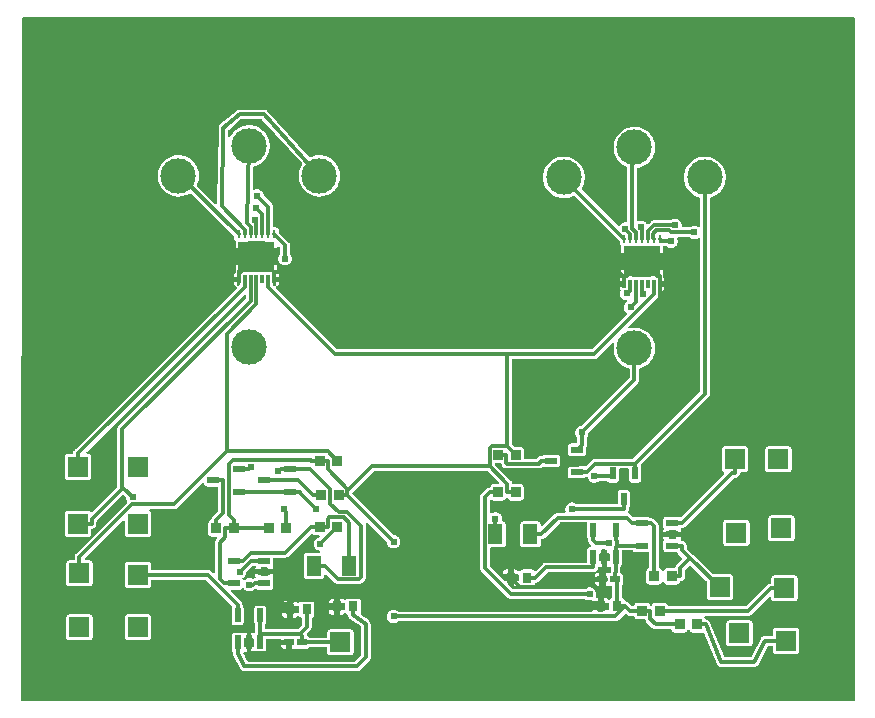
<source format=gtl>
G04 Layer: TopLayer*
G04 EasyEDA v6.5.29, 2023-07-14 00:53:27*
G04 c58a546ca1a14cb0a5025686437682f6,398929e9e95146ce9e037ed163e1f376,10*
G04 Gerber Generator version 0.2*
G04 Scale: 100 percent, Rotated: No, Reflected: No *
G04 Dimensions in millimeters *
G04 leading zeros omitted , absolute positions ,4 integer and 5 decimal *
%FSLAX45Y45*%
%MOMM*%

%AMMACRO1*21,1,$1,$2,0,0,$3*%
%ADD10C,0.3000*%
%ADD11MACRO1,0.54X0.7901X90.0000*%
%ADD12R,0.8000X0.9000*%
%ADD13MACRO1,0.532X1.0375X90.0000*%
%ADD14R,0.5320X1.0375*%
%ADD15MACRO1,0.864X0.8065X90.0000*%
%ADD16MACRO1,1.701X1.2075X90.0000*%
%ADD17MACRO1,0.665X0.28X90.0000*%
%ADD18R,0.2800X0.6650*%
%ADD19MACRO1,2.6X3X90.0000*%
%ADD20R,1.0000X0.6000*%
%ADD21R,0.4900X1.1570*%
%ADD22R,0.4900X1.1750*%
%ADD23R,1.7000X1.7000*%
%ADD24C,3.0000*%
%ADD25C,0.6096*%
%ADD26C,0.6100*%
%ADD27C,0.0151*%

%LPD*%
G36*
X36169Y-5816092D02*
G01*
X32258Y-5815330D01*
X28956Y-5813094D01*
X26771Y-5809792D01*
X26009Y-5805932D01*
X38506Y-36068D01*
X39319Y-32156D01*
X41503Y-28854D01*
X44805Y-26670D01*
X48666Y-25908D01*
X7075931Y-25908D01*
X7079843Y-26670D01*
X7083094Y-28905D01*
X7085330Y-32156D01*
X7086092Y-36068D01*
X7086092Y-5805932D01*
X7085330Y-5809843D01*
X7083094Y-5813094D01*
X7079843Y-5815330D01*
X7075931Y-5816092D01*
G37*

%LPC*%
G36*
X1919274Y-5564530D02*
G01*
X2870962Y-5564530D01*
X2879445Y-5563666D01*
X2887116Y-5561380D01*
X2894177Y-5557570D01*
X2900730Y-5552186D01*
X2976270Y-5476697D01*
X2981655Y-5470093D01*
X2985414Y-5463032D01*
X2987751Y-5455361D01*
X2988564Y-5446928D01*
X2988564Y-5168442D01*
X2988005Y-5161432D01*
X2985922Y-5153609D01*
X2982366Y-5146395D01*
X2977489Y-5140045D01*
X2971088Y-5134457D01*
X2904845Y-5087061D01*
X2902204Y-5084267D01*
X2900781Y-5080762D01*
X2900781Y-5076952D01*
X2902153Y-5073396D01*
X2903169Y-5071821D01*
X2905048Y-5066385D01*
X2905760Y-5060035D01*
X2905760Y-4971186D01*
X2905048Y-4964887D01*
X2903169Y-4959400D01*
X2900070Y-4954524D01*
X2895955Y-4950409D01*
X2891078Y-4947310D01*
X2885592Y-4945430D01*
X2879293Y-4944719D01*
X2800451Y-4944719D01*
X2794101Y-4945430D01*
X2788666Y-4947310D01*
X2783738Y-4950409D01*
X2779674Y-4954524D01*
X2778455Y-4956403D01*
X2775661Y-4959350D01*
X2771902Y-4960924D01*
X2767838Y-4960924D01*
X2764078Y-4959350D01*
X2761284Y-4956403D01*
X2760065Y-4954524D01*
X2756001Y-4950409D01*
X2751074Y-4947310D01*
X2745638Y-4945430D01*
X2739339Y-4944719D01*
X2726232Y-4944719D01*
X2726232Y-4986782D01*
X2763774Y-4986782D01*
X2767685Y-4987544D01*
X2770987Y-4989728D01*
X2773172Y-4993030D01*
X2773934Y-4996942D01*
X2773934Y-5034280D01*
X2773172Y-5038191D01*
X2770987Y-5041493D01*
X2767685Y-5043678D01*
X2763774Y-5044440D01*
X2726232Y-5044440D01*
X2726232Y-5086502D01*
X2739339Y-5086502D01*
X2745638Y-5085791D01*
X2751074Y-5083911D01*
X2756001Y-5080812D01*
X2760065Y-5076748D01*
X2761284Y-5074869D01*
X2764078Y-5071922D01*
X2767838Y-5070297D01*
X2771902Y-5070297D01*
X2775661Y-5071922D01*
X2778455Y-5074869D01*
X2779674Y-5076748D01*
X2783738Y-5080812D01*
X2788666Y-5083911D01*
X2792577Y-5085283D01*
X2795930Y-5087264D01*
X2798318Y-5090363D01*
X2799334Y-5094173D01*
X2799588Y-5097526D01*
X2801620Y-5105247D01*
X2805176Y-5112461D01*
X2810052Y-5118811D01*
X2816453Y-5124399D01*
X2902508Y-5186019D01*
X2904794Y-5188254D01*
X2906268Y-5191099D01*
X2906776Y-5194249D01*
X2906776Y-5426252D01*
X2906014Y-5430164D01*
X2903778Y-5433466D01*
X2857500Y-5479745D01*
X2854198Y-5481929D01*
X2850337Y-5482691D01*
X1950567Y-5482691D01*
X1946910Y-5482031D01*
X1943709Y-5480050D01*
X1941474Y-5477103D01*
X1911908Y-5417769D01*
X1910842Y-5413959D01*
X1911350Y-5409996D01*
X1913382Y-5406542D01*
X1916531Y-5404104D01*
X1920392Y-5403088D01*
X1924354Y-5403646D01*
X1926843Y-5404510D01*
X1933143Y-5405221D01*
X1938477Y-5405221D01*
X1938477Y-5356758D01*
X1922627Y-5356758D01*
X1918766Y-5355996D01*
X1915464Y-5353812D01*
X1913280Y-5350510D01*
X1912467Y-5346598D01*
X1912467Y-5296357D01*
X1913280Y-5292496D01*
X1915464Y-5289194D01*
X1918766Y-5287010D01*
X1922627Y-5286197D01*
X1938477Y-5286197D01*
X1938477Y-5237734D01*
X1933143Y-5237734D01*
X1926843Y-5238445D01*
X1921357Y-5240375D01*
X1915515Y-5244033D01*
X1912924Y-5245201D01*
X1909064Y-5245608D01*
X1906270Y-5245201D01*
X1903679Y-5244033D01*
X1897786Y-5240375D01*
X1892300Y-5238445D01*
X1886000Y-5237734D01*
X1838147Y-5237734D01*
X1831848Y-5238445D01*
X1826361Y-5240375D01*
X1821484Y-5243423D01*
X1817370Y-5247538D01*
X1814271Y-5252415D01*
X1812391Y-5257901D01*
X1811680Y-5264200D01*
X1811680Y-5378754D01*
X1812391Y-5385104D01*
X1814271Y-5390540D01*
X1817370Y-5395468D01*
X1820367Y-5399532D01*
X1821180Y-5403342D01*
X1821281Y-5412384D01*
X1821992Y-5417667D01*
X1822602Y-5420207D01*
X1824329Y-5425338D01*
X1882241Y-5541568D01*
X1885035Y-5546445D01*
X1886559Y-5548528D01*
X1890166Y-5552643D01*
X1892046Y-5554370D01*
X1896364Y-5557672D01*
X1898548Y-5559044D01*
X1903475Y-5561431D01*
X1905863Y-5562346D01*
X1911146Y-5563768D01*
X1913686Y-5564174D01*
G37*
G36*
X5956808Y-5527294D02*
G01*
X6235395Y-5527294D01*
X6240830Y-5526989D01*
X6243574Y-5526532D01*
X6248654Y-5525211D01*
X6251244Y-5524246D01*
X6255969Y-5521909D01*
X6258306Y-5520486D01*
X6262522Y-5517286D01*
X6264554Y-5515406D01*
X6268008Y-5511444D01*
X6269634Y-5509209D01*
X6272377Y-5504535D01*
X6348018Y-5354320D01*
X6350254Y-5351373D01*
X6353403Y-5349443D01*
X6357061Y-5348732D01*
X6382613Y-5348732D01*
X6386474Y-5349544D01*
X6389776Y-5351729D01*
X6392011Y-5355031D01*
X6392773Y-5358892D01*
X6392773Y-5392166D01*
X6393484Y-5398465D01*
X6395415Y-5403951D01*
X6398463Y-5408828D01*
X6402578Y-5412943D01*
X6407454Y-5415991D01*
X6412941Y-5417921D01*
X6419240Y-5418632D01*
X6588099Y-5418632D01*
X6594449Y-5417921D01*
X6599885Y-5415991D01*
X6604812Y-5412943D01*
X6608876Y-5408828D01*
X6611975Y-5403951D01*
X6613855Y-5398465D01*
X6614566Y-5392166D01*
X6614566Y-5223306D01*
X6613855Y-5216956D01*
X6611975Y-5211521D01*
X6608876Y-5206593D01*
X6604812Y-5202529D01*
X6599885Y-5199430D01*
X6594449Y-5197500D01*
X6588099Y-5196789D01*
X6419240Y-5196789D01*
X6412941Y-5197500D01*
X6407454Y-5199430D01*
X6402578Y-5202529D01*
X6398463Y-5206593D01*
X6395415Y-5211521D01*
X6393484Y-5216956D01*
X6392773Y-5223306D01*
X6392773Y-5256784D01*
X6392011Y-5260644D01*
X6389776Y-5263946D01*
X6386474Y-5266182D01*
X6382613Y-5266944D01*
X6325920Y-5266944D01*
X6320485Y-5267248D01*
X6317742Y-5267706D01*
X6312662Y-5269026D01*
X6310071Y-5269992D01*
X6305346Y-5272328D01*
X6303010Y-5273751D01*
X6298793Y-5276951D01*
X6296761Y-5278831D01*
X6293307Y-5282793D01*
X6291681Y-5285028D01*
X6288938Y-5289702D01*
X6213297Y-5439918D01*
X6211062Y-5442864D01*
X6207912Y-5444794D01*
X6204254Y-5445506D01*
X5990386Y-5445506D01*
X5986475Y-5444744D01*
X5983173Y-5442508D01*
X5980988Y-5439257D01*
X5861812Y-5152390D01*
X5858002Y-5145328D01*
X5852922Y-5139131D01*
X5846775Y-5134051D01*
X5839663Y-5130241D01*
X5832043Y-5127955D01*
X5828080Y-5127548D01*
X5824321Y-5126431D01*
X5821324Y-5123992D01*
X5819394Y-5120640D01*
X5817057Y-5113528D01*
X5814974Y-5110175D01*
X5813501Y-5106162D01*
X5813856Y-5101844D01*
X5815888Y-5098084D01*
X5819343Y-5095544D01*
X5823559Y-5094630D01*
X6184747Y-5094630D01*
X6193231Y-5093766D01*
X6200902Y-5091480D01*
X6207963Y-5087670D01*
X6214516Y-5082286D01*
X6362700Y-4934102D01*
X6366002Y-4931918D01*
X6369913Y-4931105D01*
X6373774Y-4931918D01*
X6377076Y-4934102D01*
X6379311Y-4937404D01*
X6380073Y-4941265D01*
X6380073Y-4947666D01*
X6380784Y-4953965D01*
X6382715Y-4959451D01*
X6385763Y-4964328D01*
X6389878Y-4968443D01*
X6394754Y-4971491D01*
X6400241Y-4973421D01*
X6406540Y-4974132D01*
X6575399Y-4974132D01*
X6581749Y-4973421D01*
X6587185Y-4971491D01*
X6592112Y-4968443D01*
X6596176Y-4964328D01*
X6599275Y-4959451D01*
X6601155Y-4953965D01*
X6601866Y-4947666D01*
X6601866Y-4778806D01*
X6601155Y-4772456D01*
X6599275Y-4767021D01*
X6596176Y-4762093D01*
X6592112Y-4758029D01*
X6587185Y-4754930D01*
X6581749Y-4753000D01*
X6575399Y-4752289D01*
X6406540Y-4752289D01*
X6400241Y-4753000D01*
X6394754Y-4754930D01*
X6389878Y-4758029D01*
X6385763Y-4762093D01*
X6382715Y-4767021D01*
X6380784Y-4772456D01*
X6380073Y-4778806D01*
X6380073Y-4812741D01*
X6379362Y-4816398D01*
X6377432Y-4819548D01*
X6374485Y-4821783D01*
X6370878Y-4822850D01*
X6367780Y-4823155D01*
X6360109Y-4825441D01*
X6353048Y-4829251D01*
X6346494Y-4834636D01*
X6171285Y-5009845D01*
X6167983Y-5012029D01*
X6164122Y-5012791D01*
X5511495Y-5012791D01*
X5507431Y-5011928D01*
X5504027Y-5009540D01*
X5501894Y-5005984D01*
X5499608Y-4999278D01*
X5496509Y-4994402D01*
X5492445Y-4990287D01*
X5487517Y-4987239D01*
X5482082Y-4985308D01*
X5475732Y-4984597D01*
X5396230Y-4984597D01*
X5389930Y-4985308D01*
X5384444Y-4987239D01*
X5379567Y-4990287D01*
X5375452Y-4994402D01*
X5372404Y-4999278D01*
X5370220Y-5005578D01*
X5368036Y-5009134D01*
X5364632Y-5011572D01*
X5360517Y-5012385D01*
X5356453Y-5011470D01*
X5353050Y-5009032D01*
X5350967Y-5005425D01*
X5348935Y-4999228D01*
X5345887Y-4994402D01*
X5341772Y-4990287D01*
X5336895Y-4987239D01*
X5331409Y-4985308D01*
X5325110Y-4984597D01*
X5245608Y-4984597D01*
X5239258Y-4985308D01*
X5233822Y-4987239D01*
X5228894Y-4990287D01*
X5224830Y-4994402D01*
X5221732Y-4999278D01*
X5219446Y-5005832D01*
X5217363Y-5009337D01*
X5214112Y-5011724D01*
X5210149Y-5012639D01*
X5204866Y-5012791D01*
X5200802Y-5012080D01*
X5197398Y-5009845D01*
X5174589Y-4987036D01*
X5167985Y-4981651D01*
X5160924Y-4977841D01*
X5153304Y-4975555D01*
X5149494Y-4975148D01*
X5146192Y-4974234D01*
X5143398Y-4972304D01*
X5141366Y-4969510D01*
X5140248Y-4964887D01*
X5138369Y-4959400D01*
X5135270Y-4954524D01*
X5131155Y-4950409D01*
X5126278Y-4947310D01*
X5122773Y-4946091D01*
X5119217Y-4943957D01*
X5116830Y-4940604D01*
X5115966Y-4936540D01*
X5115966Y-4837633D01*
X5116779Y-4833772D01*
X5122367Y-4825238D01*
X5124297Y-4819751D01*
X5125008Y-4813452D01*
X5125008Y-4760569D01*
X5124297Y-4754270D01*
X5122367Y-4748784D01*
X5119268Y-4743907D01*
X5115204Y-4739792D01*
X5106111Y-4734356D01*
X5103723Y-4731004D01*
X5102860Y-4726940D01*
X5102860Y-4679543D01*
X5103672Y-4675682D01*
X5106670Y-4671568D01*
X5109768Y-4666640D01*
X5111648Y-4661204D01*
X5112359Y-4654854D01*
X5112359Y-4552086D01*
X5113172Y-4548174D01*
X5115356Y-4544872D01*
X5118658Y-4542688D01*
X5122519Y-4541926D01*
X5202377Y-4541926D01*
X5205730Y-4542485D01*
X5208727Y-4544110D01*
X5211267Y-4547108D01*
X5215331Y-4551222D01*
X5220258Y-4554270D01*
X5225694Y-4556201D01*
X5232044Y-4556912D01*
X5330901Y-4556912D01*
X5334762Y-4556455D01*
X5338978Y-4556912D01*
X5342636Y-4558995D01*
X5345125Y-4562398D01*
X5346039Y-4566564D01*
X5346039Y-4684217D01*
X5345176Y-4688281D01*
X5342788Y-4691634D01*
X5339232Y-4693818D01*
X5335422Y-4695139D01*
X5330494Y-4698187D01*
X5326430Y-4702302D01*
X5323332Y-4707178D01*
X5321452Y-4712665D01*
X5320741Y-4718964D01*
X5320741Y-4804257D01*
X5321452Y-4810556D01*
X5323332Y-4816043D01*
X5326430Y-4820920D01*
X5330494Y-4825034D01*
X5335422Y-4828082D01*
X5340858Y-4830013D01*
X5347208Y-4830724D01*
X5426710Y-4830724D01*
X5433009Y-4830013D01*
X5438495Y-4828082D01*
X5443372Y-4825034D01*
X5447487Y-4820920D01*
X5450535Y-4816043D01*
X5452668Y-4809947D01*
X5454802Y-4806391D01*
X5458206Y-4804003D01*
X5462270Y-4803140D01*
X5466334Y-4804003D01*
X5469737Y-4806391D01*
X5471871Y-4809947D01*
X5474004Y-4816043D01*
X5477052Y-4820920D01*
X5481167Y-4825034D01*
X5486044Y-4828082D01*
X5491530Y-4830013D01*
X5497830Y-4830724D01*
X5577332Y-4830724D01*
X5583682Y-4830013D01*
X5589117Y-4828082D01*
X5594045Y-4825034D01*
X5598109Y-4820920D01*
X5601157Y-4816094D01*
X5603494Y-4808982D01*
X5605424Y-4805629D01*
X5608421Y-4803190D01*
X5612180Y-4802073D01*
X5616143Y-4801666D01*
X5623763Y-4799380D01*
X5630875Y-4795570D01*
X5637022Y-4790490D01*
X5642102Y-4784293D01*
X5645912Y-4777232D01*
X5648248Y-4769561D01*
X5649061Y-4761128D01*
X5649061Y-4712208D01*
X5649823Y-4708347D01*
X5652058Y-4705045D01*
X5683605Y-4673447D01*
X5686856Y-4671263D01*
X5690666Y-4670501D01*
X5694527Y-4671161D01*
X5697829Y-4673295D01*
X5829554Y-4799076D01*
X5831890Y-4802428D01*
X5832703Y-4806391D01*
X5832703Y-4935829D01*
X5833414Y-4942128D01*
X5835294Y-4947615D01*
X5838393Y-4952492D01*
X5842508Y-4956606D01*
X5847384Y-4959705D01*
X5852871Y-4961585D01*
X5859170Y-4962296D01*
X6028029Y-4962296D01*
X6034328Y-4961585D01*
X6039815Y-4959705D01*
X6044692Y-4956606D01*
X6048806Y-4952492D01*
X6051905Y-4947615D01*
X6053785Y-4942128D01*
X6054496Y-4935829D01*
X6054496Y-4766970D01*
X6053785Y-4760671D01*
X6051905Y-4755184D01*
X6048806Y-4750308D01*
X6044692Y-4746193D01*
X6039815Y-4743094D01*
X6034328Y-4741214D01*
X6028029Y-4740503D01*
X5890768Y-4740503D01*
X5886958Y-4739741D01*
X5883757Y-4737658D01*
X5718505Y-4579874D01*
X5665622Y-4527042D01*
X5663438Y-4523740D01*
X5662625Y-4519828D01*
X5662625Y-4501489D01*
X5661812Y-4493056D01*
X5659475Y-4485386D01*
X5655716Y-4478324D01*
X5650636Y-4472127D01*
X5644438Y-4467047D01*
X5637377Y-4463237D01*
X5629757Y-4460951D01*
X5623560Y-4460392D01*
X5620004Y-4459427D01*
X5617057Y-4457242D01*
X5615076Y-4454144D01*
X5614314Y-4450537D01*
X5614873Y-4446930D01*
X5616651Y-4441748D01*
X5617362Y-4435449D01*
X5617362Y-4427372D01*
X5572810Y-4427372D01*
X5572810Y-4434941D01*
X5572048Y-4438853D01*
X5569864Y-4442104D01*
X5566562Y-4444339D01*
X5562650Y-4445101D01*
X5520283Y-4445101D01*
X5516372Y-4444339D01*
X5513070Y-4442104D01*
X5510885Y-4438853D01*
X5510123Y-4434941D01*
X5510123Y-4427372D01*
X5465572Y-4427372D01*
X5465572Y-4435449D01*
X5466283Y-4441748D01*
X5468162Y-4447235D01*
X5470093Y-4451604D01*
X5470093Y-4455414D01*
X5468162Y-4459782D01*
X5466283Y-4465269D01*
X5465572Y-4471568D01*
X5465572Y-4530445D01*
X5466283Y-4536744D01*
X5468162Y-4542231D01*
X5471261Y-4547108D01*
X5475325Y-4551222D01*
X5480253Y-4554321D01*
X5485688Y-4556201D01*
X5492038Y-4556912D01*
X5578043Y-4556912D01*
X5581650Y-4557572D01*
X5584748Y-4559452D01*
X5587746Y-4563668D01*
X5593181Y-4570272D01*
X5624931Y-4602073D01*
X5627166Y-4605375D01*
X5627928Y-4609236D01*
X5627166Y-4613148D01*
X5624931Y-4616450D01*
X5579567Y-4661814D01*
X5574182Y-4668367D01*
X5570474Y-4675327D01*
X5567730Y-4685080D01*
X5565698Y-4688941D01*
X5562193Y-4691583D01*
X5557926Y-4692497D01*
X5497830Y-4692497D01*
X5491530Y-4693208D01*
X5486044Y-4695139D01*
X5481167Y-4698187D01*
X5477052Y-4702302D01*
X5474004Y-4707178D01*
X5471871Y-4713274D01*
X5469737Y-4716830D01*
X5466334Y-4719218D01*
X5462270Y-4720082D01*
X5458206Y-4719218D01*
X5454802Y-4716830D01*
X5452668Y-4713274D01*
X5450535Y-4707178D01*
X5447487Y-4702302D01*
X5443372Y-4698187D01*
X5438495Y-4695139D01*
X5434634Y-4693767D01*
X5431078Y-4691634D01*
X5428691Y-4688281D01*
X5427827Y-4684217D01*
X5427827Y-4336745D01*
X5427014Y-4328261D01*
X5424678Y-4320590D01*
X5420918Y-4313529D01*
X5415534Y-4306976D01*
X5390997Y-4282440D01*
X5384393Y-4277055D01*
X5377332Y-4273245D01*
X5369712Y-4270959D01*
X5359654Y-4270095D01*
X5356656Y-4269333D01*
X5354015Y-4267708D01*
X5351678Y-4264914D01*
X5347563Y-4260799D01*
X5342686Y-4257700D01*
X5337200Y-4255820D01*
X5330901Y-4255109D01*
X5232044Y-4255109D01*
X5225745Y-4255820D01*
X5220258Y-4257700D01*
X5218277Y-4258970D01*
X5215128Y-4260291D01*
X5211724Y-4260494D01*
X5208422Y-4259529D01*
X5205679Y-4257548D01*
X5183530Y-4235399D01*
X5176926Y-4230014D01*
X5170982Y-4226814D01*
X5167934Y-4224324D01*
X5166055Y-4220819D01*
X5165699Y-4216857D01*
X5166817Y-4213098D01*
X5169814Y-4207459D01*
X5172151Y-4199839D01*
X5172964Y-4191355D01*
X5172964Y-4187850D01*
X5173776Y-4183938D01*
X5175961Y-4180636D01*
X5178856Y-4177741D01*
X5181955Y-4172813D01*
X5183886Y-4167378D01*
X5184597Y-4161028D01*
X5184597Y-4058412D01*
X5183886Y-4052112D01*
X5181955Y-4046626D01*
X5178856Y-4041749D01*
X5174792Y-4037634D01*
X5169865Y-4034586D01*
X5164429Y-4032656D01*
X5158079Y-4031945D01*
X5106060Y-4031945D01*
X5099710Y-4032656D01*
X5094274Y-4034586D01*
X5089347Y-4037634D01*
X5085283Y-4041749D01*
X5082184Y-4046626D01*
X5080254Y-4052112D01*
X5079542Y-4058412D01*
X5079542Y-4140758D01*
X5078780Y-4144670D01*
X5076596Y-4147972D01*
X5073294Y-4150156D01*
X5069382Y-4150918D01*
X4734306Y-4150918D01*
X4731258Y-4150461D01*
X4728464Y-4149090D01*
X4719777Y-4143044D01*
X4710887Y-4138879D01*
X4701387Y-4136339D01*
X4691634Y-4135475D01*
X4681829Y-4136339D01*
X4672330Y-4138879D01*
X4663440Y-4143044D01*
X4655362Y-4148632D01*
X4648403Y-4155592D01*
X4642815Y-4163669D01*
X4638649Y-4172559D01*
X4636109Y-4182059D01*
X4635246Y-4191863D01*
X4636109Y-4201617D01*
X4638395Y-4210304D01*
X4638700Y-4213961D01*
X4637633Y-4217517D01*
X4635398Y-4220464D01*
X4632248Y-4222394D01*
X4628591Y-4223054D01*
X4573270Y-4223054D01*
X4564837Y-4223918D01*
X4557166Y-4226204D01*
X4550105Y-4230014D01*
X4543501Y-4235399D01*
X4443780Y-4335119D01*
X4440478Y-4337354D01*
X4436618Y-4338116D01*
X4432706Y-4337354D01*
X4429404Y-4335119D01*
X4427220Y-4331868D01*
X4426458Y-4327956D01*
X4426458Y-4321556D01*
X4425746Y-4315206D01*
X4423816Y-4309770D01*
X4420717Y-4304842D01*
X4416653Y-4300778D01*
X4411726Y-4297680D01*
X4406290Y-4295749D01*
X4399940Y-4295038D01*
X4280357Y-4295038D01*
X4274007Y-4295749D01*
X4268571Y-4297680D01*
X4263644Y-4300778D01*
X4259580Y-4304842D01*
X4256481Y-4309770D01*
X4254601Y-4315206D01*
X4253890Y-4321556D01*
X4253890Y-4490516D01*
X4254601Y-4496816D01*
X4256481Y-4502302D01*
X4259580Y-4507179D01*
X4263644Y-4511294D01*
X4268571Y-4514342D01*
X4274007Y-4516272D01*
X4280357Y-4516983D01*
X4399940Y-4516983D01*
X4406290Y-4516272D01*
X4411726Y-4514342D01*
X4416653Y-4511294D01*
X4420717Y-4507179D01*
X4423816Y-4502302D01*
X4425746Y-4496816D01*
X4426458Y-4490516D01*
X4426458Y-4456531D01*
X4427118Y-4452874D01*
X4429048Y-4449673D01*
X4432046Y-4447438D01*
X4435602Y-4446371D01*
X4438751Y-4446066D01*
X4446371Y-4443780D01*
X4453483Y-4439970D01*
X4460036Y-4434586D01*
X4586782Y-4307840D01*
X4590034Y-4305655D01*
X4593945Y-4304893D01*
X4811420Y-4304893D01*
X4815281Y-4305655D01*
X4818583Y-4307840D01*
X4820818Y-4311142D01*
X4821580Y-4315053D01*
X4821580Y-4425035D01*
X4822291Y-4431334D01*
X4824171Y-4436821D01*
X4827270Y-4441698D01*
X4830318Y-4445812D01*
X4831080Y-4449724D01*
X4831080Y-4455312D01*
X4831892Y-4463796D01*
X4834229Y-4471466D01*
X4837988Y-4478528D01*
X4843424Y-4485081D01*
X4854803Y-4496511D01*
X4856937Y-4499610D01*
X4857750Y-4503318D01*
X4857191Y-4507026D01*
X4855311Y-4510328D01*
X4852314Y-4512665D01*
X4848707Y-4513783D01*
X4841697Y-4514545D01*
X4836261Y-4516475D01*
X4831384Y-4519523D01*
X4827270Y-4523638D01*
X4824171Y-4528515D01*
X4822291Y-4534001D01*
X4821580Y-4540300D01*
X4821580Y-4634585D01*
X4820818Y-4638497D01*
X4818583Y-4641799D01*
X4815281Y-4643983D01*
X4811420Y-4644745D01*
X4472482Y-4644745D01*
X4463999Y-4645609D01*
X4456328Y-4647895D01*
X4449267Y-4651705D01*
X4442663Y-4657090D01*
X4387088Y-4712665D01*
X4383786Y-4714849D01*
X4379925Y-4715662D01*
X4376013Y-4714849D01*
X4372711Y-4712665D01*
X4369155Y-4709109D01*
X4364278Y-4706010D01*
X4358792Y-4704130D01*
X4352493Y-4703419D01*
X4273651Y-4703419D01*
X4267301Y-4704130D01*
X4261866Y-4706010D01*
X4256938Y-4709109D01*
X4252874Y-4713224D01*
X4251655Y-4715103D01*
X4248861Y-4718050D01*
X4245102Y-4719624D01*
X4241038Y-4719624D01*
X4237278Y-4718050D01*
X4234484Y-4715103D01*
X4233265Y-4713224D01*
X4229201Y-4709109D01*
X4224274Y-4706010D01*
X4218838Y-4704130D01*
X4212539Y-4703419D01*
X4199432Y-4703419D01*
X4199432Y-4745482D01*
X4236974Y-4745482D01*
X4240885Y-4746244D01*
X4244187Y-4748428D01*
X4246372Y-4751730D01*
X4247134Y-4755642D01*
X4247134Y-4792980D01*
X4246372Y-4796891D01*
X4244187Y-4800193D01*
X4240885Y-4802378D01*
X4236974Y-4803140D01*
X4199432Y-4803140D01*
X4199432Y-4845202D01*
X4212539Y-4845202D01*
X4218838Y-4844491D01*
X4224274Y-4842611D01*
X4229201Y-4839512D01*
X4233265Y-4835448D01*
X4234484Y-4833569D01*
X4237278Y-4830622D01*
X4241038Y-4828997D01*
X4245102Y-4828997D01*
X4248861Y-4830622D01*
X4251655Y-4833569D01*
X4252874Y-4835448D01*
X4256938Y-4839512D01*
X4261866Y-4842611D01*
X4267301Y-4844491D01*
X4273651Y-4845202D01*
X4352493Y-4845202D01*
X4358792Y-4844491D01*
X4364278Y-4842611D01*
X4369155Y-4839512D01*
X4373270Y-4835448D01*
X4376369Y-4830521D01*
X4378248Y-4825085D01*
X4379366Y-4820412D01*
X4381398Y-4817618D01*
X4384192Y-4815687D01*
X4387494Y-4814773D01*
X4391253Y-4814366D01*
X4398924Y-4812080D01*
X4405985Y-4808270D01*
X4412589Y-4802886D01*
X4485944Y-4729530D01*
X4489246Y-4727346D01*
X4493107Y-4726584D01*
X4871466Y-4726584D01*
X4879949Y-4725720D01*
X4882845Y-4724857D01*
X4887315Y-4724552D01*
X4891481Y-4726127D01*
X4894529Y-4729378D01*
X4895900Y-4733594D01*
X4895392Y-4738014D01*
X4893005Y-4741773D01*
X4890871Y-4743907D01*
X4887772Y-4748784D01*
X4885893Y-4754270D01*
X4885182Y-4760569D01*
X4885182Y-4767173D01*
X4924450Y-4767173D01*
X4924450Y-4734102D01*
X4911648Y-4734102D01*
X4905705Y-4734763D01*
X4901387Y-4734356D01*
X4897678Y-4732172D01*
X4895189Y-4728616D01*
X4894376Y-4724400D01*
X4895443Y-4720183D01*
X4898085Y-4716830D01*
X4900879Y-4714544D01*
X4905959Y-4708347D01*
X4909718Y-4701286D01*
X4912055Y-4693666D01*
X4912918Y-4684572D01*
X4914138Y-4680661D01*
X4916830Y-4677511D01*
X4920488Y-4675733D01*
X4924602Y-4675530D01*
X4928463Y-4676952D01*
X4931257Y-4678730D01*
X4936744Y-4680610D01*
X4943043Y-4681321D01*
X4948377Y-4681321D01*
X4948377Y-4632858D01*
X4932527Y-4632858D01*
X4928666Y-4632096D01*
X4925364Y-4629912D01*
X4923180Y-4626610D01*
X4922367Y-4622698D01*
X4922367Y-4572457D01*
X4923180Y-4568596D01*
X4925364Y-4565294D01*
X4928666Y-4563110D01*
X4932527Y-4562297D01*
X4948377Y-4562297D01*
X4948377Y-4533696D01*
X4949139Y-4529836D01*
X4951374Y-4526534D01*
X4954625Y-4524349D01*
X4958943Y-4523536D01*
X4961991Y-4524044D01*
X4964785Y-4525416D01*
X4973421Y-4531461D01*
X4979720Y-4534408D01*
X4982819Y-4536643D01*
X4984851Y-4539843D01*
X4985562Y-4543602D01*
X4985562Y-4562297D01*
X5001412Y-4562297D01*
X5005273Y-4563110D01*
X5008575Y-4565294D01*
X5010810Y-4568596D01*
X5011572Y-4572457D01*
X5011572Y-4622698D01*
X5010810Y-4626610D01*
X5008575Y-4629912D01*
X5005273Y-4632096D01*
X5001412Y-4632858D01*
X4985562Y-4632858D01*
X4985562Y-4681321D01*
X4990896Y-4681321D01*
X4997246Y-4680610D01*
X5002682Y-4678730D01*
X5005527Y-4676952D01*
X5009540Y-4675479D01*
X5013807Y-4675835D01*
X5017617Y-4677918D01*
X5020157Y-4681372D01*
X5021072Y-4685538D01*
X5021072Y-4715154D01*
X5020614Y-4718151D01*
X5019497Y-4721758D01*
X5018989Y-4726940D01*
X5017922Y-4730648D01*
X5015534Y-4733645D01*
X5012232Y-4735525D01*
X5008422Y-4736896D01*
X5005070Y-4737455D01*
X5001717Y-4736896D01*
X4995824Y-4734814D01*
X4989525Y-4734102D01*
X4976672Y-4734102D01*
X4976672Y-4767173D01*
X4983988Y-4767173D01*
X4987899Y-4767935D01*
X4991201Y-4770120D01*
X4993386Y-4773422D01*
X4994148Y-4777333D01*
X4994148Y-4796688D01*
X4993386Y-4800600D01*
X4991201Y-4803902D01*
X4987899Y-4806086D01*
X4983988Y-4806848D01*
X4976672Y-4806848D01*
X4976672Y-4839919D01*
X4989525Y-4839919D01*
X4995824Y-4839208D01*
X5001717Y-4837125D01*
X5005070Y-4836566D01*
X5008422Y-4837125D01*
X5014315Y-4839208D01*
X5020665Y-4839919D01*
X5024018Y-4839919D01*
X5027879Y-4840681D01*
X5031181Y-4842916D01*
X5033416Y-4846218D01*
X5034178Y-4850079D01*
X5034178Y-4936490D01*
X5033314Y-4940554D01*
X5030927Y-4943957D01*
X5027371Y-4946091D01*
X5023866Y-4947310D01*
X5018938Y-4950409D01*
X5014874Y-4954524D01*
X5013655Y-4956403D01*
X5010861Y-4959350D01*
X5007102Y-4960924D01*
X5003038Y-4960924D01*
X4999278Y-4959350D01*
X4996484Y-4956403D01*
X4995265Y-4954524D01*
X4991201Y-4950409D01*
X4986274Y-4947310D01*
X4980838Y-4945430D01*
X4974539Y-4944719D01*
X4961432Y-4944719D01*
X4961432Y-4986782D01*
X4998974Y-4986782D01*
X5002885Y-4987544D01*
X5006187Y-4989728D01*
X5008372Y-4993030D01*
X5009134Y-4996942D01*
X5009134Y-5034280D01*
X5008372Y-5038191D01*
X5006187Y-5041493D01*
X5002885Y-5043678D01*
X4998974Y-5044440D01*
X4961432Y-5044440D01*
X4961432Y-5049621D01*
X4960670Y-5053482D01*
X4958435Y-5056784D01*
X4955184Y-5059019D01*
X4951272Y-5059781D01*
X4918913Y-5059781D01*
X4915001Y-5059019D01*
X4911699Y-5056784D01*
X4909515Y-5053482D01*
X4908753Y-5049621D01*
X4908753Y-5044440D01*
X4869180Y-5044440D01*
X4869180Y-5049621D01*
X4868418Y-5053482D01*
X4866182Y-5056784D01*
X4862880Y-5059019D01*
X4859020Y-5059781D01*
X3223869Y-5059781D01*
X3220821Y-5059324D01*
X3218078Y-5057952D01*
X3209391Y-5051856D01*
X3200501Y-5047691D01*
X3191002Y-5045151D01*
X3181197Y-5044287D01*
X3171393Y-5045151D01*
X3161893Y-5047691D01*
X3153003Y-5051856D01*
X3144977Y-5057495D01*
X3138017Y-5064455D01*
X3132378Y-5072481D01*
X3128213Y-5081371D01*
X3125673Y-5090871D01*
X3124809Y-5100675D01*
X3125673Y-5110480D01*
X3128213Y-5119979D01*
X3132378Y-5128869D01*
X3138017Y-5136896D01*
X3144977Y-5143855D01*
X3153003Y-5149494D01*
X3161893Y-5153660D01*
X3171393Y-5156200D01*
X3181197Y-5157063D01*
X3191002Y-5156200D01*
X3200501Y-5153660D01*
X3209391Y-5149494D01*
X3218027Y-5143449D01*
X3220821Y-5142077D01*
X3223869Y-5141569D01*
X5059730Y-5141569D01*
X5068214Y-5140756D01*
X5075885Y-5138420D01*
X5082946Y-5134660D01*
X5089499Y-5129276D01*
X5138115Y-5080660D01*
X5141417Y-5078425D01*
X5145328Y-5077663D01*
X5149189Y-5078425D01*
X5152491Y-5080660D01*
X5154117Y-5082286D01*
X5160721Y-5087670D01*
X5167782Y-5091480D01*
X5175453Y-5093766D01*
X5183886Y-5094630D01*
X5209844Y-5094630D01*
X5213908Y-5095494D01*
X5217312Y-5097881D01*
X5219446Y-5101488D01*
X5221732Y-5108143D01*
X5224830Y-5113020D01*
X5228894Y-5117134D01*
X5233822Y-5120182D01*
X5239258Y-5122113D01*
X5245608Y-5122824D01*
X5305704Y-5122824D01*
X5309362Y-5123484D01*
X5312511Y-5125466D01*
X5314746Y-5128412D01*
X5318150Y-5139893D01*
X5321909Y-5146954D01*
X5327345Y-5153558D01*
X5370372Y-5196586D01*
X5376926Y-5201970D01*
X5383987Y-5205780D01*
X5391658Y-5208066D01*
X5400141Y-5208930D01*
X5527344Y-5208930D01*
X5531408Y-5209794D01*
X5534812Y-5212181D01*
X5536946Y-5215788D01*
X5539232Y-5222443D01*
X5542330Y-5227320D01*
X5546394Y-5231434D01*
X5551322Y-5234482D01*
X5556758Y-5236413D01*
X5563108Y-5237124D01*
X5642610Y-5237124D01*
X5648909Y-5236413D01*
X5654395Y-5234482D01*
X5659272Y-5231434D01*
X5663387Y-5227320D01*
X5666435Y-5222443D01*
X5668568Y-5216347D01*
X5670702Y-5212791D01*
X5674106Y-5210403D01*
X5678170Y-5209540D01*
X5682234Y-5210403D01*
X5685637Y-5212791D01*
X5687771Y-5216347D01*
X5689904Y-5222443D01*
X5692952Y-5227320D01*
X5697067Y-5231434D01*
X5701944Y-5234482D01*
X5707430Y-5236413D01*
X5713730Y-5237124D01*
X5793232Y-5237124D01*
X5800090Y-5236362D01*
X5804408Y-5236819D01*
X5808116Y-5239004D01*
X5810605Y-5242560D01*
X5918352Y-5501640D01*
X5922314Y-5509107D01*
X5927394Y-5515305D01*
X5933592Y-5520385D01*
X5940653Y-5524144D01*
X5948324Y-5526481D01*
G37*
G36*
X2647340Y-5431332D02*
G01*
X2816199Y-5431332D01*
X2822549Y-5430621D01*
X2827985Y-5428691D01*
X2832912Y-5425643D01*
X2836976Y-5421528D01*
X2840075Y-5416651D01*
X2841955Y-5411165D01*
X2842666Y-5404866D01*
X2842666Y-5236006D01*
X2841955Y-5229656D01*
X2840075Y-5224221D01*
X2836976Y-5219293D01*
X2832912Y-5215229D01*
X2827985Y-5212130D01*
X2822549Y-5210200D01*
X2816199Y-5209489D01*
X2647340Y-5209489D01*
X2641041Y-5210200D01*
X2635554Y-5212130D01*
X2630678Y-5215229D01*
X2626563Y-5219293D01*
X2623515Y-5224221D01*
X2621584Y-5229656D01*
X2620873Y-5236006D01*
X2620873Y-5269331D01*
X2620111Y-5273243D01*
X2617876Y-5276545D01*
X2614574Y-5278729D01*
X2610713Y-5279491D01*
X2471420Y-5279491D01*
X2467508Y-5278729D01*
X2464206Y-5276545D01*
X2460904Y-5273192D01*
X2455976Y-5270144D01*
X2452624Y-5268925D01*
X2449322Y-5267045D01*
X2446934Y-5263997D01*
X2445867Y-5260340D01*
X2445308Y-5254599D01*
X2445816Y-5250180D01*
X2448204Y-5246420D01*
X2474772Y-5219852D01*
X2480157Y-5213299D01*
X2483916Y-5206238D01*
X2486253Y-5198567D01*
X2487066Y-5190083D01*
X2487066Y-5120132D01*
X2487930Y-5116068D01*
X2490317Y-5112664D01*
X2493873Y-5110530D01*
X2497378Y-5109311D01*
X2502255Y-5106212D01*
X2506370Y-5102148D01*
X2509469Y-5097221D01*
X2511348Y-5091785D01*
X2512060Y-5085435D01*
X2512060Y-4996586D01*
X2511348Y-4990287D01*
X2509469Y-4984800D01*
X2506370Y-4979924D01*
X2502255Y-4975809D01*
X2497378Y-4972710D01*
X2491892Y-4970830D01*
X2485593Y-4970119D01*
X2406751Y-4970119D01*
X2400401Y-4970830D01*
X2394966Y-4972710D01*
X2390038Y-4975809D01*
X2385974Y-4979924D01*
X2384755Y-4981803D01*
X2381961Y-4984750D01*
X2378202Y-4986324D01*
X2374138Y-4986324D01*
X2370378Y-4984750D01*
X2367584Y-4981803D01*
X2366365Y-4979924D01*
X2362301Y-4975809D01*
X2357374Y-4972710D01*
X2351938Y-4970830D01*
X2345639Y-4970119D01*
X2332532Y-4970119D01*
X2332532Y-5012182D01*
X2370074Y-5012182D01*
X2373985Y-5012944D01*
X2377287Y-5015128D01*
X2379472Y-5018430D01*
X2380234Y-5022342D01*
X2380234Y-5059680D01*
X2379472Y-5063591D01*
X2377287Y-5066893D01*
X2373985Y-5069078D01*
X2370074Y-5069840D01*
X2332532Y-5069840D01*
X2332532Y-5111902D01*
X2345639Y-5111902D01*
X2351938Y-5111191D01*
X2357374Y-5109311D01*
X2362301Y-5106212D01*
X2366365Y-5102148D01*
X2367584Y-5100269D01*
X2370378Y-5097322D01*
X2374138Y-5095697D01*
X2378202Y-5095697D01*
X2381961Y-5097322D01*
X2384755Y-5100269D01*
X2385974Y-5102148D01*
X2390038Y-5106212D01*
X2394966Y-5109311D01*
X2398471Y-5110530D01*
X2402027Y-5112664D01*
X2404414Y-5116068D01*
X2405278Y-5120132D01*
X2405278Y-5169458D01*
X2404516Y-5173319D01*
X2402281Y-5176621D01*
X2375458Y-5203444D01*
X2372156Y-5205679D01*
X2368296Y-5206441D01*
X2103120Y-5206441D01*
X2099259Y-5205679D01*
X2095957Y-5203444D01*
X2093772Y-5200142D01*
X2092960Y-5196281D01*
X2092960Y-5173624D01*
X2093772Y-5169712D01*
X2096770Y-5165598D01*
X2099868Y-5160721D01*
X2101748Y-5155234D01*
X2102459Y-5148935D01*
X2102459Y-5032552D01*
X2101748Y-5026253D01*
X2099868Y-5020767D01*
X2096770Y-5015890D01*
X2092706Y-5011775D01*
X2087778Y-5008727D01*
X2082342Y-5006797D01*
X2075992Y-5006086D01*
X2028139Y-5006086D01*
X2021839Y-5006797D01*
X2016353Y-5008727D01*
X2011476Y-5011775D01*
X2007362Y-5015890D01*
X2004314Y-5020767D01*
X2002383Y-5026253D01*
X2001672Y-5032552D01*
X2001672Y-5148935D01*
X2002383Y-5155234D01*
X2004314Y-5160721D01*
X2007362Y-5165598D01*
X2010410Y-5169712D01*
X2011172Y-5173624D01*
X2011172Y-5233517D01*
X2010257Y-5237734D01*
X2007717Y-5241188D01*
X2003907Y-5243271D01*
X1999640Y-5243576D01*
X1995627Y-5242102D01*
X1992782Y-5240375D01*
X1987346Y-5238445D01*
X1980996Y-5237734D01*
X1975662Y-5237734D01*
X1975662Y-5286197D01*
X1991512Y-5286197D01*
X1995373Y-5287010D01*
X1998675Y-5289194D01*
X2000910Y-5292496D01*
X2001672Y-5296357D01*
X2001672Y-5346598D01*
X2000910Y-5350510D01*
X1998675Y-5353812D01*
X1995373Y-5355996D01*
X1991512Y-5356758D01*
X1975662Y-5356758D01*
X1975662Y-5405221D01*
X1980996Y-5405221D01*
X1987346Y-5404510D01*
X1992782Y-5402630D01*
X1998675Y-5398922D01*
X2001266Y-5397754D01*
X2005075Y-5397398D01*
X2007920Y-5397754D01*
X2010511Y-5398922D01*
X2016353Y-5402630D01*
X2021839Y-5404510D01*
X2028139Y-5405221D01*
X2075992Y-5405221D01*
X2082342Y-5404510D01*
X2087778Y-5402630D01*
X2092706Y-5399532D01*
X2096770Y-5395468D01*
X2099868Y-5390540D01*
X2101748Y-5385104D01*
X2102459Y-5378754D01*
X2102459Y-5298389D01*
X2103272Y-5294528D01*
X2105456Y-5291226D01*
X2108758Y-5289042D01*
X2112619Y-5288229D01*
X2220722Y-5288229D01*
X2224582Y-5289042D01*
X2227884Y-5291226D01*
X2230069Y-5294528D01*
X2230831Y-5298389D01*
X2230831Y-5300573D01*
X2270150Y-5300573D01*
X2270150Y-5298389D01*
X2270963Y-5294528D01*
X2273147Y-5291226D01*
X2276449Y-5289042D01*
X2280310Y-5288229D01*
X2312212Y-5288229D01*
X2316124Y-5289042D01*
X2319375Y-5291226D01*
X2321610Y-5294528D01*
X2322372Y-5298389D01*
X2322372Y-5300573D01*
X2329688Y-5300573D01*
X2333599Y-5301335D01*
X2336901Y-5303520D01*
X2339086Y-5306822D01*
X2339848Y-5310733D01*
X2339848Y-5330088D01*
X2339086Y-5334000D01*
X2336901Y-5337302D01*
X2333599Y-5339486D01*
X2329688Y-5340248D01*
X2322372Y-5340248D01*
X2322372Y-5373319D01*
X2335225Y-5373319D01*
X2341524Y-5372608D01*
X2347417Y-5370525D01*
X2350770Y-5369966D01*
X2354122Y-5370525D01*
X2360015Y-5372608D01*
X2366365Y-5373319D01*
X2444191Y-5373319D01*
X2450541Y-5372608D01*
X2455976Y-5370677D01*
X2460904Y-5367629D01*
X2464206Y-5364276D01*
X2467508Y-5362092D01*
X2471420Y-5361330D01*
X2610713Y-5361330D01*
X2614574Y-5362092D01*
X2617876Y-5364276D01*
X2620111Y-5367578D01*
X2620873Y-5371490D01*
X2620873Y-5404866D01*
X2621584Y-5411165D01*
X2623515Y-5416651D01*
X2626563Y-5421528D01*
X2630678Y-5425643D01*
X2635554Y-5428691D01*
X2641041Y-5430621D01*
G37*
G36*
X2257348Y-5373319D02*
G01*
X2270150Y-5373319D01*
X2270150Y-5340248D01*
X2230831Y-5340248D01*
X2230831Y-5346852D01*
X2231593Y-5353151D01*
X2233472Y-5358638D01*
X2236571Y-5363514D01*
X2240635Y-5367629D01*
X2245563Y-5370677D01*
X2250998Y-5372608D01*
G37*
G36*
X6025540Y-5355132D02*
G01*
X6194399Y-5355132D01*
X6200749Y-5354421D01*
X6206185Y-5352491D01*
X6211112Y-5349443D01*
X6215176Y-5345328D01*
X6218275Y-5340451D01*
X6220155Y-5334965D01*
X6220866Y-5328666D01*
X6220866Y-5159806D01*
X6220155Y-5153456D01*
X6218275Y-5148021D01*
X6215176Y-5143093D01*
X6211112Y-5139029D01*
X6206185Y-5135930D01*
X6200749Y-5134000D01*
X6194399Y-5133289D01*
X6025540Y-5133289D01*
X6019241Y-5134000D01*
X6013754Y-5135930D01*
X6008878Y-5139029D01*
X6004763Y-5143093D01*
X6001715Y-5148021D01*
X5999784Y-5153456D01*
X5999073Y-5159806D01*
X5999073Y-5328666D01*
X5999784Y-5334965D01*
X6001715Y-5340451D01*
X6004763Y-5345328D01*
X6008878Y-5349443D01*
X6013754Y-5352491D01*
X6019241Y-5354421D01*
G37*
G36*
X932840Y-5304332D02*
G01*
X1101699Y-5304332D01*
X1108049Y-5303621D01*
X1113485Y-5301691D01*
X1118412Y-5298643D01*
X1122476Y-5294528D01*
X1125575Y-5289651D01*
X1127455Y-5284165D01*
X1128166Y-5277866D01*
X1128166Y-5109006D01*
X1127455Y-5102656D01*
X1125575Y-5097221D01*
X1122476Y-5092293D01*
X1118412Y-5088229D01*
X1113485Y-5085130D01*
X1108049Y-5083200D01*
X1101699Y-5082489D01*
X932840Y-5082489D01*
X926541Y-5083200D01*
X921054Y-5085130D01*
X916178Y-5088229D01*
X912063Y-5092293D01*
X909015Y-5097221D01*
X907084Y-5102656D01*
X906373Y-5109006D01*
X906373Y-5277866D01*
X907084Y-5284165D01*
X909015Y-5289651D01*
X912063Y-5294528D01*
X916178Y-5298643D01*
X921054Y-5301691D01*
X926541Y-5303621D01*
G37*
G36*
X437540Y-5304332D02*
G01*
X606399Y-5304332D01*
X612749Y-5303621D01*
X618185Y-5301691D01*
X623112Y-5298643D01*
X627176Y-5294528D01*
X630275Y-5289651D01*
X632155Y-5284165D01*
X632866Y-5277866D01*
X632866Y-5109006D01*
X632155Y-5102656D01*
X630275Y-5097221D01*
X627176Y-5092293D01*
X623112Y-5088229D01*
X618185Y-5085130D01*
X612749Y-5083200D01*
X606399Y-5082489D01*
X437540Y-5082489D01*
X431241Y-5083200D01*
X425754Y-5085130D01*
X420878Y-5088229D01*
X416763Y-5092293D01*
X413715Y-5097221D01*
X411784Y-5102656D01*
X411073Y-5109006D01*
X411073Y-5277866D01*
X411784Y-5284165D01*
X413715Y-5289651D01*
X416763Y-5294528D01*
X420878Y-5298643D01*
X425754Y-5301691D01*
X431241Y-5303621D01*
G37*
G36*
X1838147Y-5175402D02*
G01*
X1886000Y-5175402D01*
X1892300Y-5174691D01*
X1897786Y-5172760D01*
X1902663Y-5169712D01*
X1906778Y-5165598D01*
X1909876Y-5160721D01*
X1911756Y-5155234D01*
X1912467Y-5148935D01*
X1912467Y-5032552D01*
X1911756Y-5026253D01*
X1909876Y-5020767D01*
X1906778Y-5015890D01*
X1903780Y-5011775D01*
X1902968Y-5007864D01*
X1902968Y-5002276D01*
X1902155Y-4993792D01*
X1899818Y-4986121D01*
X1896059Y-4979060D01*
X1890623Y-4972507D01*
X1809902Y-4891735D01*
X1807718Y-4888433D01*
X1806905Y-4884572D01*
X1807718Y-4880660D01*
X1809902Y-4877358D01*
X1813204Y-4875174D01*
X1817065Y-4874412D01*
X1876501Y-4874412D01*
X1882800Y-4873701D01*
X1888286Y-4871770D01*
X1893163Y-4868722D01*
X1897278Y-4864608D01*
X1900529Y-4860848D01*
X1904187Y-4859223D01*
X1908149Y-4859121D01*
X1911857Y-4860594D01*
X1914753Y-4863338D01*
X1918309Y-4868468D01*
X1925269Y-4875428D01*
X1933346Y-4881016D01*
X1942236Y-4885182D01*
X1951736Y-4887722D01*
X1961540Y-4888585D01*
X1971293Y-4887722D01*
X1980793Y-4885182D01*
X1989683Y-4881016D01*
X1997760Y-4875428D01*
X2000910Y-4872685D01*
X2003145Y-4871669D01*
X2008784Y-4869992D01*
X2011222Y-4868672D01*
X2014626Y-4867554D01*
X2018131Y-4867706D01*
X2021433Y-4869027D01*
X2025853Y-4871821D01*
X2031288Y-4873701D01*
X2037638Y-4874412D01*
X2136495Y-4874412D01*
X2142794Y-4873701D01*
X2148281Y-4871821D01*
X2153158Y-4868722D01*
X2157272Y-4864608D01*
X2160371Y-4859731D01*
X2162251Y-4854244D01*
X2162962Y-4847945D01*
X2162962Y-4789068D01*
X2162251Y-4782769D01*
X2160371Y-4777282D01*
X2158441Y-4772914D01*
X2158441Y-4769104D01*
X2160371Y-4764735D01*
X2162251Y-4759248D01*
X2162962Y-4752949D01*
X2162962Y-4744872D01*
X2118410Y-4744872D01*
X2118410Y-4752441D01*
X2117648Y-4756353D01*
X2115464Y-4759604D01*
X2112162Y-4761839D01*
X2108250Y-4762601D01*
X2065883Y-4762601D01*
X2061972Y-4761839D01*
X2058670Y-4759604D01*
X2056485Y-4756353D01*
X2055723Y-4752441D01*
X2055723Y-4744872D01*
X2011172Y-4744872D01*
X2011172Y-4752949D01*
X2011883Y-4759248D01*
X2013661Y-4764430D01*
X2014220Y-4768037D01*
X2013457Y-4771644D01*
X2011476Y-4774742D01*
X2008530Y-4776927D01*
X2004974Y-4777892D01*
X1998878Y-4778451D01*
X1990598Y-4780940D01*
X1986940Y-4781346D01*
X1983333Y-4780432D01*
X1980793Y-4779264D01*
X1971293Y-4776724D01*
X1961540Y-4775860D01*
X1951736Y-4776724D01*
X1942236Y-4779264D01*
X1933346Y-4783429D01*
X1925269Y-4789017D01*
X1920138Y-4794199D01*
X1917039Y-4796282D01*
X1913331Y-4797145D01*
X1909622Y-4796586D01*
X1906320Y-4794707D01*
X1903984Y-4791760D01*
X1902866Y-4788154D01*
X1902104Y-4781600D01*
X1902358Y-4777994D01*
X1903831Y-4774692D01*
X1906371Y-4772101D01*
X1914093Y-4766716D01*
X1921052Y-4759756D01*
X1926691Y-4751679D01*
X1930857Y-4742789D01*
X1933397Y-4733290D01*
X1933752Y-4728819D01*
X1934667Y-4725416D01*
X1936699Y-4722520D01*
X1986838Y-4672380D01*
X1990140Y-4670196D01*
X1994052Y-4669434D01*
X2003958Y-4669434D01*
X2007768Y-4670145D01*
X2010968Y-4672228D01*
X2013204Y-4675378D01*
X2014118Y-4679137D01*
X2013559Y-4682947D01*
X2011883Y-4687773D01*
X2011172Y-4694072D01*
X2011172Y-4702149D01*
X2055723Y-4702149D01*
X2055723Y-4694580D01*
X2056485Y-4690719D01*
X2058670Y-4687417D01*
X2061972Y-4685182D01*
X2065883Y-4684420D01*
X2108250Y-4684420D01*
X2112162Y-4685182D01*
X2115464Y-4687417D01*
X2117648Y-4690719D01*
X2118410Y-4694580D01*
X2118410Y-4702149D01*
X2162962Y-4702149D01*
X2162962Y-4694072D01*
X2162251Y-4687773D01*
X2160371Y-4682286D01*
X2158441Y-4677918D01*
X2158441Y-4674108D01*
X2160371Y-4669739D01*
X2162251Y-4664252D01*
X2162962Y-4657953D01*
X2162962Y-4612944D01*
X2163775Y-4609084D01*
X2165959Y-4605782D01*
X2169261Y-4603597D01*
X2173122Y-4602784D01*
X2264410Y-4602784D01*
X2272893Y-4601972D01*
X2280564Y-4599635D01*
X2287625Y-4595876D01*
X2294229Y-4590491D01*
X2481376Y-4403293D01*
X2484678Y-4401058D01*
X2488590Y-4400296D01*
X2492451Y-4401058D01*
X2495753Y-4403293D01*
X2498394Y-4405934D01*
X2503322Y-4408982D01*
X2508758Y-4410913D01*
X2515108Y-4411624D01*
X2545994Y-4411624D01*
X2550058Y-4412488D01*
X2553462Y-4414875D01*
X2555595Y-4418431D01*
X2556154Y-4422546D01*
X2554986Y-4426508D01*
X2552344Y-4429709D01*
X2548636Y-4431588D01*
X2542540Y-4433214D01*
X2533650Y-4437380D01*
X2525572Y-4443018D01*
X2518613Y-4449978D01*
X2513025Y-4458004D01*
X2508859Y-4466894D01*
X2506319Y-4476394D01*
X2505456Y-4486198D01*
X2506319Y-4496003D01*
X2508859Y-4505502D01*
X2513025Y-4514392D01*
X2518613Y-4522419D01*
X2525572Y-4529378D01*
X2533650Y-4535017D01*
X2542540Y-4539183D01*
X2552293Y-4541774D01*
X2556002Y-4543653D01*
X2558643Y-4546854D01*
X2559812Y-4550816D01*
X2559253Y-4554931D01*
X2557119Y-4558487D01*
X2553716Y-4560925D01*
X2549652Y-4561738D01*
X2447899Y-4561738D01*
X2441549Y-4562449D01*
X2436114Y-4564380D01*
X2431186Y-4567478D01*
X2427122Y-4571542D01*
X2424023Y-4576470D01*
X2422144Y-4581906D01*
X2421432Y-4588256D01*
X2421432Y-4757216D01*
X2422144Y-4763516D01*
X2424023Y-4769002D01*
X2427122Y-4773879D01*
X2431186Y-4777994D01*
X2436114Y-4781042D01*
X2441549Y-4782972D01*
X2447899Y-4783683D01*
X2567482Y-4783683D01*
X2573832Y-4782972D01*
X2579268Y-4781042D01*
X2584196Y-4777994D01*
X2588260Y-4773879D01*
X2591358Y-4769002D01*
X2593289Y-4763516D01*
X2594000Y-4757216D01*
X2594000Y-4750765D01*
X2594762Y-4746904D01*
X2596946Y-4743602D01*
X2600248Y-4741367D01*
X2604160Y-4740605D01*
X2608021Y-4741367D01*
X2611323Y-4743602D01*
X2684475Y-4816703D01*
X2691028Y-4822139D01*
X2698089Y-4825898D01*
X2705760Y-4828235D01*
X2714244Y-4829048D01*
X2884982Y-4829048D01*
X2893415Y-4828235D01*
X2901086Y-4825898D01*
X2908147Y-4822139D01*
X2914751Y-4816703D01*
X2938373Y-4793081D01*
X2943809Y-4786477D01*
X2947568Y-4779416D01*
X2949905Y-4771745D01*
X2950718Y-4763312D01*
X2950718Y-4338777D01*
X2949905Y-4330293D01*
X2947568Y-4322622D01*
X2945231Y-4318304D01*
X2944063Y-4314342D01*
X2944571Y-4310278D01*
X2946654Y-4306722D01*
X2949905Y-4304284D01*
X2953918Y-4303318D01*
X2957982Y-4304030D01*
X2961386Y-4306316D01*
X3122371Y-4467301D01*
X3124403Y-4470146D01*
X3125317Y-4473600D01*
X3125673Y-4478070D01*
X3128213Y-4487570D01*
X3132378Y-4496460D01*
X3138017Y-4504486D01*
X3144977Y-4511446D01*
X3153003Y-4517085D01*
X3161893Y-4521250D01*
X3171393Y-4523790D01*
X3181197Y-4524654D01*
X3191002Y-4523790D01*
X3200501Y-4521250D01*
X3209391Y-4517085D01*
X3217418Y-4511446D01*
X3224377Y-4504486D01*
X3230016Y-4496460D01*
X3234182Y-4487570D01*
X3236722Y-4478070D01*
X3237585Y-4468266D01*
X3236722Y-4458462D01*
X3234182Y-4448962D01*
X3230016Y-4440072D01*
X3224377Y-4432046D01*
X3217418Y-4425086D01*
X3209391Y-4419447D01*
X3200501Y-4415282D01*
X3191002Y-4412742D01*
X3186531Y-4412386D01*
X3183077Y-4411472D01*
X3180232Y-4409440D01*
X2834995Y-4064203D01*
X2832760Y-4060901D01*
X2831998Y-4056989D01*
X2832760Y-4053128D01*
X2834995Y-4049826D01*
X3011881Y-3872890D01*
X3015183Y-3870706D01*
X3019094Y-3869944D01*
X3974287Y-3869944D01*
X3978148Y-3870706D01*
X3981450Y-3872890D01*
X4072534Y-3963974D01*
X4074718Y-3967276D01*
X4075480Y-3971137D01*
X4074718Y-3975049D01*
X4072534Y-3978351D01*
X4069232Y-3980535D01*
X4065320Y-3981297D01*
X4026408Y-3981297D01*
X4020058Y-3982008D01*
X4014622Y-3983939D01*
X4009694Y-3986987D01*
X4005630Y-3991101D01*
X4002582Y-3995928D01*
X4000246Y-4003040D01*
X3998315Y-4006392D01*
X3995318Y-4008831D01*
X3991610Y-4009948D01*
X3987647Y-4010355D01*
X3979976Y-4012641D01*
X3972915Y-4016451D01*
X3966311Y-4021836D01*
X3925011Y-4063187D01*
X3919575Y-4069740D01*
X3915816Y-4076801D01*
X3913479Y-4084472D01*
X3912666Y-4092956D01*
X3912666Y-4687366D01*
X3913479Y-4695799D01*
X3915816Y-4703470D01*
X3919575Y-4710531D01*
X3925011Y-4717135D01*
X4146092Y-4938268D01*
X4152696Y-4943652D01*
X4159758Y-4947412D01*
X4167428Y-4949748D01*
X4175861Y-4950561D01*
X4799177Y-4950561D01*
X4802276Y-4951069D01*
X4805019Y-4952441D01*
X4813706Y-4958486D01*
X4822596Y-4962652D01*
X4832096Y-4965192D01*
X4841900Y-4966055D01*
X4851654Y-4965192D01*
X4856378Y-4963922D01*
X4860086Y-4963617D01*
X4863642Y-4964684D01*
X4866589Y-4966919D01*
X4868519Y-4970068D01*
X4869180Y-4973726D01*
X4869180Y-4986782D01*
X4908753Y-4986782D01*
X4908753Y-4944719D01*
X4903470Y-4944719D01*
X4899456Y-4943906D01*
X4896154Y-4941620D01*
X4893970Y-4938166D01*
X4893310Y-4934204D01*
X4897374Y-4919472D01*
X4898237Y-4909667D01*
X4897374Y-4899863D01*
X4894834Y-4890363D01*
X4890668Y-4881473D01*
X4885080Y-4873447D01*
X4878120Y-4866487D01*
X4870043Y-4860848D01*
X4861153Y-4856683D01*
X4851654Y-4854143D01*
X4841900Y-4853279D01*
X4832096Y-4854143D01*
X4822596Y-4856683D01*
X4813706Y-4860848D01*
X4805019Y-4866944D01*
X4802225Y-4868316D01*
X4799177Y-4868773D01*
X4196537Y-4868773D01*
X4192625Y-4868011D01*
X4189374Y-4865776D01*
X4186123Y-4862576D01*
X4184497Y-4860137D01*
X4182110Y-4858512D01*
X4149699Y-4826152D01*
X4147515Y-4822850D01*
X4146753Y-4818938D01*
X4146753Y-4803140D01*
X4130954Y-4803140D01*
X4127042Y-4802378D01*
X4123740Y-4800193D01*
X3997451Y-4673904D01*
X3995267Y-4670602D01*
X3994454Y-4666691D01*
X3994454Y-4527143D01*
X3995267Y-4523232D01*
X3997451Y-4519930D01*
X4000754Y-4517745D01*
X4004614Y-4516983D01*
X4104182Y-4516983D01*
X4110532Y-4516272D01*
X4115968Y-4514342D01*
X4120896Y-4511294D01*
X4124960Y-4507179D01*
X4128058Y-4502302D01*
X4129989Y-4496816D01*
X4130700Y-4490516D01*
X4130700Y-4321556D01*
X4129989Y-4315206D01*
X4128058Y-4309770D01*
X4124960Y-4304842D01*
X4120896Y-4300778D01*
X4115968Y-4297680D01*
X4110532Y-4295749D01*
X4105097Y-4294378D01*
X4102100Y-4291888D01*
X4100271Y-4288485D01*
X4099864Y-4284573D01*
X4100779Y-4274108D01*
X4099915Y-4264304D01*
X4097375Y-4254804D01*
X4093210Y-4245914D01*
X4087571Y-4237888D01*
X4080611Y-4230928D01*
X4072585Y-4225290D01*
X4063695Y-4221124D01*
X4054195Y-4218584D01*
X4044391Y-4217720D01*
X4034586Y-4218584D01*
X4025087Y-4221124D01*
X4016197Y-4225290D01*
X4010456Y-4229303D01*
X4006392Y-4230979D01*
X4002024Y-4230827D01*
X3998112Y-4228795D01*
X3995420Y-4225290D01*
X3994454Y-4220972D01*
X3994454Y-4122623D01*
X3995369Y-4118406D01*
X3997960Y-4114952D01*
X4001719Y-4112920D01*
X4005986Y-4112564D01*
X4010050Y-4114037D01*
X4014622Y-4116882D01*
X4020058Y-4118813D01*
X4026408Y-4119524D01*
X4105910Y-4119524D01*
X4112209Y-4118813D01*
X4117695Y-4116882D01*
X4122572Y-4113834D01*
X4126687Y-4109720D01*
X4129735Y-4104843D01*
X4131970Y-4098544D01*
X4134104Y-4094987D01*
X4137558Y-4092600D01*
X4141622Y-4091736D01*
X4145686Y-4092651D01*
X4149090Y-4095089D01*
X4151172Y-4098696D01*
X4153255Y-4104894D01*
X4156252Y-4109720D01*
X4160367Y-4113834D01*
X4165244Y-4116882D01*
X4170730Y-4118813D01*
X4177029Y-4119524D01*
X4256532Y-4119524D01*
X4262882Y-4118813D01*
X4268317Y-4116882D01*
X4273245Y-4113834D01*
X4277309Y-4109720D01*
X4280408Y-4104843D01*
X4282338Y-4099356D01*
X4283049Y-4093057D01*
X4283049Y-4007764D01*
X4282338Y-4001465D01*
X4280408Y-3995978D01*
X4277309Y-3991101D01*
X4273245Y-3986987D01*
X4268317Y-3983939D01*
X4262882Y-3982008D01*
X4256532Y-3981297D01*
X4196486Y-3981297D01*
X4192828Y-3980637D01*
X4189628Y-3978656D01*
X4187393Y-3975709D01*
X4183989Y-3964228D01*
X4180230Y-3957167D01*
X4174845Y-3950563D01*
X4043629Y-3819347D01*
X4041394Y-3816045D01*
X4040632Y-3812184D01*
X4041394Y-3808272D01*
X4043629Y-3805021D01*
X4046931Y-3802786D01*
X4050792Y-3802024D01*
X4086504Y-3802024D01*
X4090162Y-3802684D01*
X4093311Y-3804665D01*
X4095546Y-3807612D01*
X4098950Y-3819093D01*
X4102709Y-3826154D01*
X4108145Y-3832758D01*
X4110532Y-3835146D01*
X4117035Y-3840479D01*
X4124096Y-3844290D01*
X4131767Y-3846576D01*
X4140250Y-3847439D01*
X4408525Y-3847439D01*
X4417009Y-3846576D01*
X4424680Y-3844290D01*
X4431741Y-3840479D01*
X4438700Y-3834790D01*
X4442409Y-3832860D01*
X4447844Y-3832758D01*
X4449775Y-3833215D01*
X4456328Y-3835501D01*
X4462627Y-3836212D01*
X4565243Y-3836212D01*
X4571593Y-3835501D01*
X4577029Y-3833622D01*
X4581956Y-3830523D01*
X4586020Y-3826408D01*
X4589119Y-3821531D01*
X4590999Y-3816045D01*
X4591710Y-3809746D01*
X4591710Y-3757676D01*
X4590999Y-3751376D01*
X4589119Y-3745890D01*
X4586020Y-3741013D01*
X4581956Y-3736898D01*
X4577029Y-3733850D01*
X4571593Y-3731920D01*
X4565243Y-3731209D01*
X4462627Y-3731209D01*
X4456328Y-3731920D01*
X4450842Y-3733850D01*
X4445965Y-3736898D01*
X4443018Y-3739845D01*
X4439767Y-3742029D01*
X4435856Y-3742791D01*
X4432350Y-3742791D01*
X4423867Y-3743655D01*
X4416196Y-3745941D01*
X4409135Y-3749751D01*
X4402582Y-3755136D01*
X4395063Y-3762654D01*
X4391761Y-3764838D01*
X4387900Y-3765600D01*
X4293209Y-3765600D01*
X4289298Y-3764838D01*
X4285996Y-3762654D01*
X4283811Y-3759352D01*
X4283049Y-3755440D01*
X4283049Y-3690264D01*
X4282338Y-3683965D01*
X4280408Y-3678478D01*
X4277309Y-3673601D01*
X4273245Y-3669487D01*
X4268317Y-3666439D01*
X4262882Y-3664508D01*
X4256532Y-3663797D01*
X4209745Y-3663797D01*
X4205884Y-3663035D01*
X4202582Y-3660851D01*
X4186428Y-3644696D01*
X4184243Y-3641394D01*
X4183430Y-3637483D01*
X4183430Y-2931210D01*
X4184243Y-2927350D01*
X4186428Y-2924048D01*
X4189729Y-2921863D01*
X4193590Y-2921050D01*
X4877054Y-2921050D01*
X4885537Y-2920238D01*
X4893157Y-2917901D01*
X4900218Y-2914142D01*
X4906822Y-2908757D01*
X5032502Y-2783027D01*
X5036159Y-2780690D01*
X5040426Y-2780080D01*
X5044541Y-2781300D01*
X5047792Y-2784094D01*
X5049621Y-2788005D01*
X5049672Y-2792272D01*
X5047183Y-2804160D01*
X5045303Y-2822143D01*
X5045303Y-2840278D01*
X5047183Y-2858262D01*
X5050891Y-2875991D01*
X5056378Y-2893263D01*
X5063642Y-2909874D01*
X5072583Y-2925622D01*
X5083048Y-2940354D01*
X5094986Y-2953969D01*
X5108295Y-2966262D01*
X5122773Y-2977134D01*
X5138318Y-2986481D01*
X5154726Y-2994152D01*
X5172252Y-3000197D01*
X5176266Y-3002178D01*
X5179060Y-3005683D01*
X5180076Y-3010103D01*
X5180076Y-3076397D01*
X5179314Y-3080258D01*
X5177078Y-3083560D01*
X4776216Y-3484473D01*
X4773320Y-3486505D01*
X4769916Y-3487369D01*
X4765395Y-3487775D01*
X4755896Y-3490315D01*
X4747006Y-3494481D01*
X4738979Y-3500120D01*
X4732020Y-3507079D01*
X4726381Y-3515106D01*
X4722215Y-3523996D01*
X4719675Y-3533495D01*
X4718812Y-3543300D01*
X4719675Y-3553104D01*
X4722215Y-3562604D01*
X4726381Y-3571494D01*
X4732477Y-3580180D01*
X4733848Y-3582924D01*
X4734306Y-3586022D01*
X4734306Y-3626053D01*
X4733544Y-3629914D01*
X4731308Y-3633215D01*
X4728006Y-3635451D01*
X4724146Y-3636213D01*
X4682896Y-3636213D01*
X4676597Y-3636924D01*
X4671110Y-3638804D01*
X4666234Y-3641902D01*
X4662119Y-3646017D01*
X4659020Y-3650894D01*
X4657140Y-3656380D01*
X4656429Y-3662679D01*
X4656429Y-3714750D01*
X4657140Y-3721049D01*
X4659020Y-3726535D01*
X4662119Y-3731412D01*
X4666234Y-3735527D01*
X4671110Y-3738575D01*
X4676597Y-3740505D01*
X4682896Y-3741216D01*
X4785512Y-3741216D01*
X4791811Y-3740505D01*
X4797298Y-3738575D01*
X4802174Y-3735527D01*
X4806289Y-3731412D01*
X4809337Y-3726535D01*
X4811268Y-3721049D01*
X4811979Y-3714750D01*
X4811979Y-3667709D01*
X4812436Y-3664712D01*
X4815281Y-3655669D01*
X4816094Y-3647236D01*
X4816094Y-3585972D01*
X4816602Y-3582924D01*
X4817973Y-3580129D01*
X4824018Y-3571494D01*
X4828184Y-3562604D01*
X4830724Y-3553104D01*
X4831080Y-3548634D01*
X4831994Y-3545230D01*
X4834026Y-3542334D01*
X5249570Y-3126790D01*
X5254955Y-3120237D01*
X5258714Y-3113176D01*
X5261051Y-3105505D01*
X5261864Y-3097022D01*
X5261864Y-3009900D01*
X5262829Y-3005632D01*
X5265420Y-3002178D01*
X5269179Y-3000146D01*
X5278780Y-2997352D01*
X5295544Y-2990545D01*
X5311546Y-2982010D01*
X5326532Y-2971901D01*
X5340451Y-2960319D01*
X5353100Y-2947314D01*
X5364327Y-2933141D01*
X5374030Y-2917850D01*
X5382158Y-2901645D01*
X5388559Y-2884728D01*
X5393131Y-2867202D01*
X5395925Y-2849321D01*
X5396890Y-2831236D01*
X5395925Y-2813151D01*
X5393131Y-2795219D01*
X5388559Y-2777744D01*
X5382158Y-2760776D01*
X5374030Y-2744571D01*
X5364327Y-2729280D01*
X5353100Y-2715107D01*
X5340451Y-2702102D01*
X5326532Y-2690520D01*
X5311546Y-2680411D01*
X5295544Y-2671927D01*
X5278780Y-2665069D01*
X5261356Y-2660040D01*
X5243576Y-2656789D01*
X5225491Y-2655366D01*
X5207406Y-2655824D01*
X5189423Y-2658160D01*
X5182311Y-2659837D01*
X5177942Y-2659938D01*
X5173980Y-2658160D01*
X5171084Y-2654909D01*
X5169814Y-2650744D01*
X5170424Y-2646426D01*
X5172760Y-2642768D01*
X5413044Y-2402484D01*
X5418429Y-2395931D01*
X5422239Y-2388870D01*
X5424525Y-2381199D01*
X5425389Y-2372715D01*
X5425389Y-2285847D01*
X5424424Y-2275433D01*
X5424373Y-2252675D01*
X5423662Y-2246376D01*
X5421680Y-2240737D01*
X5421122Y-2237333D01*
X5421122Y-2216048D01*
X5421884Y-2212136D01*
X5424068Y-2208885D01*
X5427370Y-2206650D01*
X5431282Y-2205888D01*
X5437632Y-2205888D01*
X5441543Y-2206650D01*
X5444845Y-2208885D01*
X5447030Y-2212136D01*
X5447792Y-2216048D01*
X5447792Y-2262378D01*
X5474360Y-2262378D01*
X5474360Y-2252675D01*
X5473649Y-2246376D01*
X5471769Y-2240889D01*
X5468721Y-2236063D01*
X5463438Y-2230932D01*
X5461152Y-2227580D01*
X5460390Y-2223668D01*
X5460390Y-2165959D01*
X5365800Y-2165959D01*
X5365800Y-2216861D01*
X5364937Y-2221026D01*
X5362397Y-2224430D01*
X5358739Y-2226513D01*
X5354523Y-2226970D01*
X5347868Y-2226208D01*
X5321046Y-2226208D01*
X5314696Y-2226919D01*
X5309463Y-2228138D01*
X5304231Y-2226919D01*
X5297881Y-2226208D01*
X5271008Y-2226208D01*
X5264708Y-2226919D01*
X5259476Y-2228138D01*
X5254193Y-2226919D01*
X5247894Y-2226208D01*
X5221020Y-2226208D01*
X5214416Y-2226970D01*
X5210200Y-2226513D01*
X5206492Y-2224430D01*
X5204002Y-2221026D01*
X5203088Y-2216861D01*
X5203088Y-2165959D01*
X5108549Y-2165959D01*
X5108549Y-2223668D01*
X5107736Y-2227580D01*
X5105501Y-2230932D01*
X5100218Y-2236063D01*
X5097170Y-2240889D01*
X5095290Y-2246376D01*
X5094579Y-2252675D01*
X5094579Y-2262378D01*
X5121097Y-2262378D01*
X5121097Y-2216048D01*
X5121910Y-2212136D01*
X5124094Y-2208885D01*
X5127396Y-2206650D01*
X5131257Y-2205888D01*
X5137658Y-2205888D01*
X5141518Y-2206650D01*
X5144820Y-2208885D01*
X5147056Y-2212136D01*
X5147818Y-2216048D01*
X5147818Y-2237333D01*
X5147259Y-2240737D01*
X5145278Y-2246376D01*
X5144566Y-2252675D01*
X5144516Y-2276398D01*
X5143550Y-2285847D01*
X5143550Y-2302052D01*
X5142839Y-2305862D01*
X5140756Y-2309063D01*
X5137607Y-2311298D01*
X5135473Y-2312263D01*
X5131917Y-2313178D01*
X5128310Y-2312771D01*
X5125059Y-2311095D01*
X5122621Y-2308352D01*
X5094579Y-2308352D01*
X5094579Y-2318054D01*
X5095290Y-2324354D01*
X5097170Y-2329840D01*
X5102402Y-2337968D01*
X5103215Y-2341270D01*
X5102910Y-2344623D01*
X5100116Y-2354986D01*
X5099253Y-2364790D01*
X5100116Y-2374544D01*
X5102656Y-2384044D01*
X5106822Y-2392934D01*
X5112461Y-2401011D01*
X5119420Y-2407970D01*
X5127447Y-2413558D01*
X5136337Y-2417724D01*
X5145836Y-2420264D01*
X5148783Y-2420518D01*
X5152694Y-2421686D01*
X5155844Y-2424328D01*
X5157673Y-2428036D01*
X5157927Y-2432151D01*
X5156504Y-2436012D01*
X5153710Y-2438958D01*
X5151932Y-2440228D01*
X5144973Y-2447188D01*
X5139334Y-2455214D01*
X5135168Y-2464104D01*
X5132628Y-2473604D01*
X5131765Y-2483408D01*
X5132628Y-2493213D01*
X5135168Y-2502712D01*
X5139334Y-2511602D01*
X5144973Y-2519629D01*
X5151932Y-2526588D01*
X5154574Y-2528417D01*
X5157520Y-2531668D01*
X5158841Y-2535885D01*
X5158282Y-2540254D01*
X5155895Y-2543962D01*
X4863592Y-2836265D01*
X4860290Y-2838500D01*
X4856378Y-2839262D01*
X2707233Y-2839262D01*
X2703372Y-2838500D01*
X2700070Y-2836265D01*
X2186330Y-2322525D01*
X2184044Y-2319121D01*
X2183333Y-2315108D01*
X2184247Y-2311146D01*
X2186635Y-2307844D01*
X2190140Y-2305761D01*
X2195779Y-2303780D01*
X2200656Y-2300732D01*
X2204770Y-2296617D01*
X2207869Y-2291740D01*
X2209749Y-2286254D01*
X2210460Y-2279954D01*
X2210460Y-2270252D01*
X2183892Y-2270252D01*
X2183892Y-2295601D01*
X2183130Y-2299512D01*
X2180945Y-2302814D01*
X2177643Y-2304999D01*
X2173732Y-2305761D01*
X2169871Y-2304999D01*
X2166569Y-2302814D01*
X2164435Y-2300681D01*
X2162251Y-2297379D01*
X2161489Y-2293518D01*
X2161489Y-2247747D01*
X2160524Y-2237333D01*
X2160473Y-2214575D01*
X2159762Y-2208276D01*
X2157780Y-2202637D01*
X2157222Y-2199233D01*
X2157222Y-2177948D01*
X2157984Y-2174036D01*
X2160168Y-2170785D01*
X2163470Y-2168550D01*
X2167382Y-2167788D01*
X2173732Y-2167788D01*
X2177643Y-2168550D01*
X2180945Y-2170785D01*
X2183130Y-2174036D01*
X2183892Y-2177948D01*
X2183892Y-2224278D01*
X2210460Y-2224278D01*
X2210460Y-2214575D01*
X2209749Y-2208276D01*
X2207869Y-2202789D01*
X2204821Y-2197963D01*
X2199538Y-2192832D01*
X2197252Y-2189480D01*
X2196490Y-2185568D01*
X2196490Y-2127859D01*
X2101900Y-2127859D01*
X2101900Y-2178761D01*
X2101037Y-2182926D01*
X2098497Y-2186330D01*
X2094839Y-2188413D01*
X2090623Y-2188870D01*
X2083968Y-2188108D01*
X2057146Y-2188108D01*
X2050796Y-2188819D01*
X2045563Y-2190038D01*
X2040331Y-2188819D01*
X2033981Y-2188108D01*
X2007107Y-2188108D01*
X2000808Y-2188819D01*
X1995576Y-2190038D01*
X1990293Y-2188819D01*
X1983993Y-2188108D01*
X1957120Y-2188108D01*
X1950516Y-2188870D01*
X1946300Y-2188413D01*
X1942592Y-2186330D01*
X1940102Y-2182926D01*
X1939188Y-2178761D01*
X1939188Y-2127859D01*
X1844649Y-2127859D01*
X1844649Y-2185568D01*
X1843836Y-2189480D01*
X1841601Y-2192832D01*
X1836318Y-2197963D01*
X1833270Y-2202789D01*
X1831390Y-2208276D01*
X1830679Y-2214575D01*
X1830679Y-2224278D01*
X1857197Y-2224278D01*
X1857197Y-2177948D01*
X1858010Y-2174036D01*
X1860194Y-2170785D01*
X1863496Y-2168550D01*
X1867357Y-2167788D01*
X1873757Y-2167788D01*
X1877618Y-2168550D01*
X1880920Y-2170785D01*
X1883156Y-2174036D01*
X1883918Y-2177948D01*
X1883918Y-2199233D01*
X1883359Y-2202637D01*
X1881378Y-2208276D01*
X1880666Y-2214575D01*
X1880616Y-2238298D01*
X1879650Y-2247747D01*
X1879650Y-2289606D01*
X1878888Y-2293467D01*
X1876704Y-2296769D01*
X1874570Y-2298903D01*
X1871268Y-2301087D01*
X1867357Y-2301900D01*
X1863496Y-2301087D01*
X1860194Y-2298903D01*
X1858010Y-2295601D01*
X1857197Y-2291740D01*
X1857197Y-2270252D01*
X1830679Y-2270252D01*
X1830679Y-2279954D01*
X1831390Y-2286254D01*
X1833270Y-2291740D01*
X1836369Y-2296617D01*
X1840433Y-2300732D01*
X1845360Y-2303780D01*
X1848104Y-2304745D01*
X1851609Y-2306828D01*
X1853996Y-2310130D01*
X1854911Y-2314143D01*
X1854200Y-2318156D01*
X1851914Y-2321509D01*
X491032Y-3682390D01*
X486562Y-3685286D01*
X480364Y-3690365D01*
X475284Y-3696563D01*
X471525Y-3703624D01*
X469188Y-3711295D01*
X468884Y-3714445D01*
X467868Y-3718001D01*
X465582Y-3720998D01*
X462432Y-3722928D01*
X458774Y-3723589D01*
X424840Y-3723589D01*
X418541Y-3724300D01*
X413054Y-3726230D01*
X408178Y-3729329D01*
X404063Y-3733393D01*
X401015Y-3738321D01*
X399084Y-3743756D01*
X398373Y-3750106D01*
X398373Y-3918965D01*
X399084Y-3925265D01*
X401015Y-3930751D01*
X404063Y-3935628D01*
X408178Y-3939743D01*
X413054Y-3942791D01*
X418541Y-3944721D01*
X424840Y-3945432D01*
X593699Y-3945432D01*
X600049Y-3944721D01*
X605485Y-3942791D01*
X610412Y-3939743D01*
X614476Y-3935628D01*
X617575Y-3930751D01*
X619455Y-3925265D01*
X620166Y-3918965D01*
X620166Y-3750106D01*
X619455Y-3743756D01*
X617575Y-3738321D01*
X614476Y-3733393D01*
X610412Y-3729329D01*
X605485Y-3726230D01*
X600049Y-3724300D01*
X593699Y-3723589D01*
X590092Y-3723589D01*
X586181Y-3722827D01*
X582879Y-3720642D01*
X580694Y-3717340D01*
X579932Y-3713429D01*
X580694Y-3709568D01*
X582879Y-3706266D01*
X1912366Y-2376830D01*
X1915617Y-2374646D01*
X1919528Y-2373833D01*
X1923389Y-2374646D01*
X1926691Y-2376830D01*
X1928926Y-2380132D01*
X1929688Y-2383993D01*
X1929688Y-2406802D01*
X1928926Y-2410663D01*
X1926691Y-2413965D01*
X855218Y-3485438D01*
X849833Y-3492042D01*
X846074Y-3499104D01*
X843737Y-3506774D01*
X842873Y-3515207D01*
X842873Y-3999737D01*
X842111Y-4003598D01*
X839927Y-4006900D01*
X629818Y-4217009D01*
X626465Y-4219244D01*
X622554Y-4220006D01*
X618693Y-4219194D01*
X615391Y-4216958D01*
X610362Y-4211878D01*
X605485Y-4208830D01*
X600049Y-4206900D01*
X593699Y-4206189D01*
X424840Y-4206189D01*
X418541Y-4206900D01*
X413054Y-4208830D01*
X408178Y-4211929D01*
X404063Y-4215993D01*
X401015Y-4220921D01*
X399084Y-4226356D01*
X398373Y-4232706D01*
X398373Y-4401566D01*
X399084Y-4407865D01*
X401015Y-4413351D01*
X404063Y-4418228D01*
X408178Y-4422343D01*
X413054Y-4425391D01*
X418541Y-4427321D01*
X424840Y-4428032D01*
X593699Y-4428032D01*
X600049Y-4427321D01*
X605485Y-4425391D01*
X610412Y-4422343D01*
X614476Y-4418228D01*
X617575Y-4413351D01*
X619455Y-4407865D01*
X620166Y-4401566D01*
X620166Y-4367631D01*
X620877Y-4363974D01*
X622808Y-4360773D01*
X625754Y-4358538D01*
X629361Y-4357471D01*
X632510Y-4357166D01*
X640130Y-4354880D01*
X647242Y-4351070D01*
X653389Y-4345990D01*
X658469Y-4339793D01*
X662279Y-4332732D01*
X664616Y-4325061D01*
X665429Y-4316628D01*
X665429Y-4301286D01*
X666191Y-4297426D01*
X668426Y-4294124D01*
X885748Y-4076750D01*
X889050Y-4074566D01*
X892962Y-4073753D01*
X896823Y-4074566D01*
X900125Y-4076750D01*
X912825Y-4089400D01*
X914857Y-4092295D01*
X915720Y-4095699D01*
X916127Y-4100220D01*
X918667Y-4109720D01*
X922832Y-4118610D01*
X926388Y-4123690D01*
X927862Y-4126890D01*
X928217Y-4130395D01*
X927303Y-4133799D01*
X925271Y-4136694D01*
X493420Y-4568545D01*
X487984Y-4575149D01*
X484225Y-4582210D01*
X481888Y-4589881D01*
X481076Y-4598314D01*
X481076Y-4615129D01*
X480314Y-4619040D01*
X478078Y-4622342D01*
X474776Y-4624527D01*
X470916Y-4625289D01*
X437540Y-4625289D01*
X431241Y-4626000D01*
X425754Y-4627930D01*
X420878Y-4631029D01*
X416763Y-4635093D01*
X413715Y-4640021D01*
X411784Y-4645456D01*
X411073Y-4651806D01*
X411073Y-4820666D01*
X411784Y-4826965D01*
X413715Y-4832451D01*
X416763Y-4837328D01*
X420878Y-4841443D01*
X425754Y-4844491D01*
X431241Y-4846421D01*
X437540Y-4847132D01*
X606399Y-4847132D01*
X612749Y-4846421D01*
X618185Y-4844491D01*
X623112Y-4841443D01*
X627176Y-4837328D01*
X630275Y-4832451D01*
X632155Y-4826965D01*
X632866Y-4820666D01*
X632866Y-4651806D01*
X632155Y-4645456D01*
X630275Y-4640021D01*
X627176Y-4635093D01*
X623112Y-4631029D01*
X618185Y-4627930D01*
X612749Y-4626000D01*
X606399Y-4625289D01*
X576884Y-4625289D01*
X572973Y-4624527D01*
X569722Y-4622342D01*
X567486Y-4619040D01*
X566724Y-4615129D01*
X567486Y-4611268D01*
X569722Y-4607966D01*
X889000Y-4288637D01*
X892302Y-4286453D01*
X896213Y-4285640D01*
X900074Y-4286453D01*
X903376Y-4288637D01*
X905611Y-4291939D01*
X906373Y-4295800D01*
X906373Y-4401566D01*
X907084Y-4407865D01*
X909015Y-4413351D01*
X912063Y-4418228D01*
X916178Y-4422343D01*
X921054Y-4425391D01*
X926541Y-4427321D01*
X932840Y-4428032D01*
X1101699Y-4428032D01*
X1108049Y-4427321D01*
X1113485Y-4425391D01*
X1118412Y-4422343D01*
X1122476Y-4418228D01*
X1125575Y-4413351D01*
X1127455Y-4407865D01*
X1128166Y-4401566D01*
X1128166Y-4232706D01*
X1127455Y-4226356D01*
X1125575Y-4220921D01*
X1122476Y-4215993D01*
X1118412Y-4211929D01*
X1116888Y-4210964D01*
X1113790Y-4207916D01*
X1112266Y-4203903D01*
X1112520Y-4199534D01*
X1114602Y-4195724D01*
X1118057Y-4193133D01*
X1122324Y-4192219D01*
X1321612Y-4192219D01*
X1330096Y-4191355D01*
X1337716Y-4189069D01*
X1344777Y-4185259D01*
X1351381Y-4179874D01*
X1561490Y-3969765D01*
X1564640Y-3967632D01*
X1568297Y-3966768D01*
X1572056Y-3967378D01*
X1575308Y-3969258D01*
X1577644Y-3972204D01*
X1578762Y-3975811D01*
X1579372Y-3981145D01*
X1581302Y-3986631D01*
X1584350Y-3991508D01*
X1588465Y-3995623D01*
X1593342Y-3998722D01*
X1598828Y-4000601D01*
X1605127Y-4001312D01*
X1687474Y-4001312D01*
X1691386Y-4002074D01*
X1694688Y-4004310D01*
X1696872Y-4007612D01*
X1697634Y-4011472D01*
X1697634Y-4200601D01*
X1696872Y-4204512D01*
X1694688Y-4207814D01*
X1649984Y-4252518D01*
X1644548Y-4259072D01*
X1640789Y-4266133D01*
X1638452Y-4273804D01*
X1637995Y-4278680D01*
X1636928Y-4282338D01*
X1634540Y-4285335D01*
X1631238Y-4287266D01*
X1627022Y-4288739D01*
X1622094Y-4291787D01*
X1618030Y-4295902D01*
X1614932Y-4300778D01*
X1613052Y-4306265D01*
X1612341Y-4312564D01*
X1612341Y-4397857D01*
X1613052Y-4404156D01*
X1614932Y-4409643D01*
X1618030Y-4414520D01*
X1622094Y-4418634D01*
X1627022Y-4421682D01*
X1632457Y-4423613D01*
X1638807Y-4424324D01*
X1677720Y-4424324D01*
X1681632Y-4425086D01*
X1684883Y-4427321D01*
X1687118Y-4430572D01*
X1687880Y-4434484D01*
X1687118Y-4438345D01*
X1684883Y-4441647D01*
X1679752Y-4446828D01*
X1674368Y-4453382D01*
X1670608Y-4460443D01*
X1668272Y-4468114D01*
X1667408Y-4476597D01*
X1667408Y-4724755D01*
X1666646Y-4728616D01*
X1664462Y-4731918D01*
X1661160Y-4734102D01*
X1657248Y-4734915D01*
X1653387Y-4734102D01*
X1650085Y-4731918D01*
X1638503Y-4720336D01*
X1631899Y-4714951D01*
X1624838Y-4711141D01*
X1617167Y-4708855D01*
X1608734Y-4707991D01*
X1138326Y-4707991D01*
X1134465Y-4707229D01*
X1131163Y-4705045D01*
X1128979Y-4701743D01*
X1128166Y-4697831D01*
X1128166Y-4664506D01*
X1127455Y-4658156D01*
X1125575Y-4652721D01*
X1122476Y-4647793D01*
X1118412Y-4643729D01*
X1113485Y-4640630D01*
X1108049Y-4638700D01*
X1101699Y-4637989D01*
X932840Y-4637989D01*
X926541Y-4638700D01*
X921054Y-4640630D01*
X916178Y-4643729D01*
X912063Y-4647793D01*
X909015Y-4652721D01*
X907084Y-4658156D01*
X906373Y-4664506D01*
X906373Y-4833366D01*
X907084Y-4839665D01*
X909015Y-4845151D01*
X912063Y-4850028D01*
X916178Y-4854143D01*
X921054Y-4857191D01*
X926541Y-4859121D01*
X932840Y-4859832D01*
X1101699Y-4859832D01*
X1108049Y-4859121D01*
X1113485Y-4857191D01*
X1118412Y-4854143D01*
X1122476Y-4850028D01*
X1125575Y-4845151D01*
X1127455Y-4839665D01*
X1128166Y-4833366D01*
X1128166Y-4799990D01*
X1128979Y-4796078D01*
X1131163Y-4792776D01*
X1134465Y-4790592D01*
X1138326Y-4789830D01*
X1588058Y-4789830D01*
X1591970Y-4790592D01*
X1595272Y-4792776D01*
X1812086Y-5009642D01*
X1814220Y-5012740D01*
X1815084Y-5016449D01*
X1814474Y-5020208D01*
X1812391Y-5026253D01*
X1811680Y-5032552D01*
X1811680Y-5148935D01*
X1812391Y-5155234D01*
X1814271Y-5160721D01*
X1817370Y-5165598D01*
X1821484Y-5169712D01*
X1826361Y-5172760D01*
X1831848Y-5174691D01*
G37*
G36*
X2266746Y-5111902D02*
G01*
X2279853Y-5111902D01*
X2279853Y-5069840D01*
X2240280Y-5069840D01*
X2240280Y-5085435D01*
X2240991Y-5091785D01*
X2242921Y-5097221D01*
X2245969Y-5102148D01*
X2250084Y-5106212D01*
X2254961Y-5109311D01*
X2260447Y-5111191D01*
G37*
G36*
X2660446Y-5086502D02*
G01*
X2673553Y-5086502D01*
X2673553Y-5044440D01*
X2633980Y-5044440D01*
X2633980Y-5060035D01*
X2634691Y-5066385D01*
X2636621Y-5071821D01*
X2639669Y-5076748D01*
X2643784Y-5080812D01*
X2648661Y-5083911D01*
X2654147Y-5085791D01*
G37*
G36*
X2240280Y-5012182D02*
G01*
X2279853Y-5012182D01*
X2279853Y-4970119D01*
X2266746Y-4970119D01*
X2260447Y-4970830D01*
X2254961Y-4972710D01*
X2250084Y-4975809D01*
X2245969Y-4979924D01*
X2242921Y-4984800D01*
X2240991Y-4990287D01*
X2240280Y-4996586D01*
G37*
G36*
X2633980Y-4986782D02*
G01*
X2673553Y-4986782D01*
X2673553Y-4944719D01*
X2660446Y-4944719D01*
X2654147Y-4945430D01*
X2648661Y-4947310D01*
X2643784Y-4950409D01*
X2639669Y-4954524D01*
X2636621Y-4959400D01*
X2634691Y-4964887D01*
X2633980Y-4971186D01*
G37*
G36*
X4911648Y-4839919D02*
G01*
X4924450Y-4839919D01*
X4924450Y-4806848D01*
X4885182Y-4806848D01*
X4885182Y-4813452D01*
X4885893Y-4819751D01*
X4887772Y-4825238D01*
X4890871Y-4830114D01*
X4894935Y-4834229D01*
X4899863Y-4837277D01*
X4905298Y-4839208D01*
G37*
G36*
X4107179Y-4745482D02*
G01*
X4146753Y-4745482D01*
X4146753Y-4703419D01*
X4133646Y-4703419D01*
X4127347Y-4704130D01*
X4121861Y-4706010D01*
X4116984Y-4709109D01*
X4112869Y-4713224D01*
X4109821Y-4718100D01*
X4107891Y-4723587D01*
X4107179Y-4729886D01*
G37*
G36*
X6000140Y-4504232D02*
G01*
X6168999Y-4504232D01*
X6175349Y-4503521D01*
X6180785Y-4501591D01*
X6185712Y-4498543D01*
X6189776Y-4494428D01*
X6192875Y-4489551D01*
X6194755Y-4484065D01*
X6195466Y-4477766D01*
X6195466Y-4308906D01*
X6194755Y-4302556D01*
X6192875Y-4297121D01*
X6189776Y-4292193D01*
X6185712Y-4288129D01*
X6180785Y-4285030D01*
X6175349Y-4283100D01*
X6168999Y-4282389D01*
X6000140Y-4282389D01*
X5993841Y-4283100D01*
X5988354Y-4285030D01*
X5983478Y-4288129D01*
X5979363Y-4292193D01*
X5976315Y-4297121D01*
X5974384Y-4302556D01*
X5973673Y-4308906D01*
X5973673Y-4477766D01*
X5974384Y-4484065D01*
X5976315Y-4489551D01*
X5979363Y-4494428D01*
X5983478Y-4498543D01*
X5988354Y-4501591D01*
X5993841Y-4503521D01*
G37*
G36*
X6381140Y-4466132D02*
G01*
X6549999Y-4466132D01*
X6556349Y-4465421D01*
X6561785Y-4463491D01*
X6566712Y-4460443D01*
X6570776Y-4456328D01*
X6573875Y-4451451D01*
X6575755Y-4445965D01*
X6576466Y-4439666D01*
X6576466Y-4270806D01*
X6575755Y-4264456D01*
X6573875Y-4259021D01*
X6570776Y-4254093D01*
X6566712Y-4250029D01*
X6561785Y-4246930D01*
X6556349Y-4245000D01*
X6549999Y-4244289D01*
X6381140Y-4244289D01*
X6374841Y-4245000D01*
X6369354Y-4246930D01*
X6364478Y-4250029D01*
X6360363Y-4254093D01*
X6357315Y-4259021D01*
X6355384Y-4264456D01*
X6354673Y-4270806D01*
X6354673Y-4439666D01*
X6355384Y-4445965D01*
X6357315Y-4451451D01*
X6360363Y-4456328D01*
X6364478Y-4460443D01*
X6369354Y-4463491D01*
X6374841Y-4465421D01*
G37*
G36*
X5465572Y-4384649D02*
G01*
X5510123Y-4384649D01*
X5510123Y-4377080D01*
X5510885Y-4373219D01*
X5513070Y-4369917D01*
X5516372Y-4367682D01*
X5520283Y-4366920D01*
X5562650Y-4366920D01*
X5566562Y-4367682D01*
X5569864Y-4369917D01*
X5572048Y-4373219D01*
X5572810Y-4377080D01*
X5572810Y-4384649D01*
X5617362Y-4384649D01*
X5617362Y-4376572D01*
X5616651Y-4370273D01*
X5614873Y-4365091D01*
X5614263Y-4361484D01*
X5615076Y-4357878D01*
X5617057Y-4354779D01*
X5620004Y-4352594D01*
X5623560Y-4351629D01*
X5629757Y-4351070D01*
X5637377Y-4348784D01*
X5644438Y-4344974D01*
X5650992Y-4339590D01*
X6060490Y-3930091D01*
X6063792Y-3927906D01*
X6067653Y-3927144D01*
X6071362Y-3927144D01*
X6079845Y-3926281D01*
X6087516Y-3923995D01*
X6094577Y-3920185D01*
X6100775Y-3915105D01*
X6105855Y-3908907D01*
X6109614Y-3901846D01*
X6111951Y-3894175D01*
X6112256Y-3891076D01*
X6113272Y-3887520D01*
X6115558Y-3884574D01*
X6118707Y-3882593D01*
X6122365Y-3881932D01*
X6156299Y-3881932D01*
X6162649Y-3881221D01*
X6168085Y-3879291D01*
X6173012Y-3876243D01*
X6177076Y-3872128D01*
X6180175Y-3867251D01*
X6182055Y-3861765D01*
X6182766Y-3855465D01*
X6182766Y-3686606D01*
X6182055Y-3680256D01*
X6180175Y-3674821D01*
X6177076Y-3669893D01*
X6173012Y-3665829D01*
X6168085Y-3662730D01*
X6162649Y-3660800D01*
X6156299Y-3660089D01*
X5987440Y-3660089D01*
X5981141Y-3660800D01*
X5975654Y-3662730D01*
X5970778Y-3665829D01*
X5966663Y-3669893D01*
X5963615Y-3674821D01*
X5961684Y-3680256D01*
X5960973Y-3686606D01*
X5960973Y-3855465D01*
X5961684Y-3861765D01*
X5963615Y-3867251D01*
X5966663Y-3872128D01*
X5970727Y-3876141D01*
X5977077Y-3880002D01*
X5979820Y-3882440D01*
X5981496Y-3885692D01*
X5981954Y-3889349D01*
X5981090Y-3892905D01*
X5979007Y-3895902D01*
X5617311Y-4257598D01*
X5614517Y-4259580D01*
X5611266Y-4260494D01*
X5607862Y-4260291D01*
X5604713Y-4259021D01*
X5602681Y-4257751D01*
X5597245Y-4255820D01*
X5590895Y-4255109D01*
X5492038Y-4255109D01*
X5485739Y-4255820D01*
X5480253Y-4257751D01*
X5475376Y-4260799D01*
X5471261Y-4264914D01*
X5468162Y-4269790D01*
X5466283Y-4275277D01*
X5465572Y-4281576D01*
X5465572Y-4340453D01*
X5466283Y-4346752D01*
X5468162Y-4352239D01*
X5470093Y-4356608D01*
X5470093Y-4360418D01*
X5468162Y-4364786D01*
X5466283Y-4370273D01*
X5465572Y-4376572D01*
G37*
G36*
X4881524Y-3968089D02*
G01*
X4891328Y-3967226D01*
X4900828Y-3964686D01*
X4909718Y-3960520D01*
X4918354Y-3954475D01*
X4921148Y-3953103D01*
X4924196Y-3952646D01*
X4981600Y-3952646D01*
X4984953Y-3953205D01*
X4987950Y-3954830D01*
X4994351Y-3961587D01*
X4999278Y-3964635D01*
X5004714Y-3966565D01*
X5011064Y-3967276D01*
X5063083Y-3967276D01*
X5069433Y-3966565D01*
X5074869Y-3964635D01*
X5079796Y-3961587D01*
X5083860Y-3957472D01*
X5086959Y-3952595D01*
X5088890Y-3947109D01*
X5089601Y-3940810D01*
X5089601Y-3858260D01*
X5090363Y-3854399D01*
X5092547Y-3851097D01*
X5095849Y-3848912D01*
X5099761Y-3848100D01*
X5164429Y-3848100D01*
X5168290Y-3848912D01*
X5171592Y-3851097D01*
X5173776Y-3854399D01*
X5174589Y-3858260D01*
X5174589Y-3940810D01*
X5175300Y-3947109D01*
X5177180Y-3952595D01*
X5180279Y-3957472D01*
X5184343Y-3961587D01*
X5189270Y-3964635D01*
X5194706Y-3966565D01*
X5201056Y-3967276D01*
X5253126Y-3967276D01*
X5259425Y-3966565D01*
X5264912Y-3964635D01*
X5269788Y-3961587D01*
X5273903Y-3957472D01*
X5276951Y-3952595D01*
X5278882Y-3947109D01*
X5279593Y-3940810D01*
X5279593Y-3838194D01*
X5278882Y-3831844D01*
X5275580Y-3823106D01*
X5275376Y-3819702D01*
X5276342Y-3816451D01*
X5278272Y-3813657D01*
X5846470Y-3245510D01*
X5851855Y-3238906D01*
X5855614Y-3231845D01*
X5857951Y-3224174D01*
X5858764Y-3215741D01*
X5858764Y-1562100D01*
X5859729Y-1557832D01*
X5862320Y-1554378D01*
X5866079Y-1552346D01*
X5875680Y-1549552D01*
X5892444Y-1542745D01*
X5908446Y-1534210D01*
X5923432Y-1524101D01*
X5937351Y-1512519D01*
X5950000Y-1499514D01*
X5961227Y-1485341D01*
X5970930Y-1470050D01*
X5979058Y-1453845D01*
X5985459Y-1436928D01*
X5990031Y-1419402D01*
X5992825Y-1401521D01*
X5993790Y-1383436D01*
X5992825Y-1365351D01*
X5990031Y-1347419D01*
X5985459Y-1329944D01*
X5979058Y-1312976D01*
X5970930Y-1296771D01*
X5961227Y-1281480D01*
X5950000Y-1267307D01*
X5937351Y-1254302D01*
X5923432Y-1242720D01*
X5908446Y-1232611D01*
X5892444Y-1224127D01*
X5875680Y-1217269D01*
X5858256Y-1212240D01*
X5840476Y-1208989D01*
X5822391Y-1207566D01*
X5804306Y-1208024D01*
X5786323Y-1210360D01*
X5768695Y-1214526D01*
X5751626Y-1220470D01*
X5735218Y-1228140D01*
X5719673Y-1237488D01*
X5705195Y-1248359D01*
X5691886Y-1260652D01*
X5679948Y-1274267D01*
X5669483Y-1288999D01*
X5660542Y-1304747D01*
X5653278Y-1321358D01*
X5647791Y-1338630D01*
X5644083Y-1356360D01*
X5642203Y-1374343D01*
X5642203Y-1392478D01*
X5644083Y-1410462D01*
X5647791Y-1428191D01*
X5653278Y-1445463D01*
X5660542Y-1462074D01*
X5669483Y-1477822D01*
X5679948Y-1492554D01*
X5691886Y-1506169D01*
X5705195Y-1518462D01*
X5719673Y-1529334D01*
X5735218Y-1538681D01*
X5751626Y-1546352D01*
X5769152Y-1552397D01*
X5773166Y-1554378D01*
X5775960Y-1557883D01*
X5776976Y-1562303D01*
X5776976Y-1795068D01*
X5776010Y-1799386D01*
X5773318Y-1802892D01*
X5769457Y-1804924D01*
X5765038Y-1805076D01*
X5760974Y-1803400D01*
X5755944Y-1799894D01*
X5747054Y-1795729D01*
X5737555Y-1793189D01*
X5727801Y-1792325D01*
X5717997Y-1793189D01*
X5708497Y-1795729D01*
X5699607Y-1799894D01*
X5690920Y-1805990D01*
X5688126Y-1807362D01*
X5685078Y-1807819D01*
X5630265Y-1807819D01*
X5626150Y-1806956D01*
X5622747Y-1804517D01*
X5620664Y-1800910D01*
X5620156Y-1796745D01*
X5620918Y-1787804D01*
X5620054Y-1778000D01*
X5617514Y-1768500D01*
X5613349Y-1759610D01*
X5607761Y-1751584D01*
X5600801Y-1744624D01*
X5592724Y-1738985D01*
X5583834Y-1734820D01*
X5574334Y-1732280D01*
X5564581Y-1731416D01*
X5554776Y-1732280D01*
X5545277Y-1734820D01*
X5536387Y-1738985D01*
X5527700Y-1745081D01*
X5524906Y-1746402D01*
X5521858Y-1746910D01*
X5387543Y-1746910D01*
X5379110Y-1747723D01*
X5371439Y-1750060D01*
X5364378Y-1753819D01*
X5357774Y-1759254D01*
X5340197Y-1776780D01*
X5336489Y-1779168D01*
X5332171Y-1779727D01*
X5327954Y-1778406D01*
X5324703Y-1775460D01*
X5321655Y-1771040D01*
X5314696Y-1764080D01*
X5306618Y-1758492D01*
X5297728Y-1754327D01*
X5288229Y-1751787D01*
X5278475Y-1750923D01*
X5268671Y-1751787D01*
X5253990Y-1755851D01*
X5250027Y-1755139D01*
X5246573Y-1753006D01*
X5244287Y-1749653D01*
X5243474Y-1745691D01*
X5243474Y-1313230D01*
X5244084Y-1309776D01*
X5245862Y-1306728D01*
X5248554Y-1304442D01*
X5251805Y-1303223D01*
X5261356Y-1301496D01*
X5278780Y-1296466D01*
X5295544Y-1289608D01*
X5311546Y-1281125D01*
X5326532Y-1271016D01*
X5340451Y-1259382D01*
X5353100Y-1246428D01*
X5364327Y-1232204D01*
X5374030Y-1216964D01*
X5382158Y-1200759D01*
X5388559Y-1183792D01*
X5393131Y-1166317D01*
X5395925Y-1148384D01*
X5396890Y-1130300D01*
X5395925Y-1112215D01*
X5393131Y-1094333D01*
X5388559Y-1076807D01*
X5382158Y-1059891D01*
X5374030Y-1043686D01*
X5364327Y-1028395D01*
X5353100Y-1014171D01*
X5340451Y-1001217D01*
X5326532Y-989634D01*
X5311546Y-979525D01*
X5295544Y-970991D01*
X5278780Y-964184D01*
X5261356Y-959103D01*
X5243576Y-955852D01*
X5225491Y-954481D01*
X5207406Y-954938D01*
X5189423Y-957275D01*
X5171795Y-961440D01*
X5154726Y-967384D01*
X5138318Y-975055D01*
X5122773Y-984402D01*
X5108295Y-995222D01*
X5094986Y-1007567D01*
X5083048Y-1021130D01*
X5072583Y-1035913D01*
X5063642Y-1051661D01*
X5056378Y-1068273D01*
X5050891Y-1085494D01*
X5047183Y-1103223D01*
X5045303Y-1121257D01*
X5045303Y-1139342D01*
X5047183Y-1157376D01*
X5050891Y-1175105D01*
X5056378Y-1192377D01*
X5063642Y-1208938D01*
X5072583Y-1224737D01*
X5083048Y-1239469D01*
X5094986Y-1253083D01*
X5108295Y-1265377D01*
X5122773Y-1276248D01*
X5138318Y-1285595D01*
X5154828Y-1293317D01*
X5158435Y-1295450D01*
X5160822Y-1298803D01*
X5161686Y-1302918D01*
X5161686Y-1755190D01*
X5160822Y-1759254D01*
X5158384Y-1762658D01*
X5154777Y-1764792D01*
X5150612Y-1765300D01*
X5141722Y-1764487D01*
X5131917Y-1765350D01*
X5122418Y-1767890D01*
X5113528Y-1772056D01*
X5105450Y-1777695D01*
X5098491Y-1784654D01*
X5094986Y-1789633D01*
X5091785Y-1792630D01*
X5087569Y-1793951D01*
X5083200Y-1793392D01*
X5079492Y-1791004D01*
X4775657Y-1487170D01*
X4773676Y-1484426D01*
X4772761Y-1481124D01*
X4772964Y-1477721D01*
X4774285Y-1474571D01*
X4777130Y-1470050D01*
X4785258Y-1453845D01*
X4791659Y-1436928D01*
X4796231Y-1419402D01*
X4799025Y-1401521D01*
X4799990Y-1383436D01*
X4799025Y-1365351D01*
X4796231Y-1347419D01*
X4791659Y-1329944D01*
X4785258Y-1312976D01*
X4777130Y-1296771D01*
X4767427Y-1281480D01*
X4756200Y-1267307D01*
X4743551Y-1254302D01*
X4729632Y-1242720D01*
X4714646Y-1232611D01*
X4698644Y-1224127D01*
X4681880Y-1217269D01*
X4664456Y-1212240D01*
X4646676Y-1208989D01*
X4628591Y-1207566D01*
X4610506Y-1208024D01*
X4592523Y-1210360D01*
X4574895Y-1214526D01*
X4557826Y-1220470D01*
X4541418Y-1228140D01*
X4525873Y-1237488D01*
X4511395Y-1248359D01*
X4498086Y-1260652D01*
X4486148Y-1274267D01*
X4475683Y-1288999D01*
X4466742Y-1304747D01*
X4459478Y-1321358D01*
X4453991Y-1338630D01*
X4450283Y-1356360D01*
X4448403Y-1374343D01*
X4448403Y-1392478D01*
X4450283Y-1410462D01*
X4453991Y-1428191D01*
X4459478Y-1445463D01*
X4466742Y-1462074D01*
X4475683Y-1477822D01*
X4486148Y-1492554D01*
X4498086Y-1506169D01*
X4511395Y-1518462D01*
X4525873Y-1529334D01*
X4541418Y-1538681D01*
X4557826Y-1546352D01*
X4574895Y-1552295D01*
X4592523Y-1556461D01*
X4610506Y-1558798D01*
X4628591Y-1559255D01*
X4646676Y-1557832D01*
X4664456Y-1554581D01*
X4681880Y-1549552D01*
X4698644Y-1542745D01*
X4703013Y-1540408D01*
X4707128Y-1539240D01*
X4711344Y-1539849D01*
X4714951Y-1542186D01*
X5091582Y-1918817D01*
X5093766Y-1922068D01*
X5094579Y-1925980D01*
X5094579Y-1936546D01*
X5095290Y-1942846D01*
X5097170Y-1948332D01*
X5100218Y-1953158D01*
X5105501Y-1958289D01*
X5107736Y-1961642D01*
X5108549Y-1965553D01*
X5108549Y-2023262D01*
X5203088Y-2023262D01*
X5203088Y-1972360D01*
X5204002Y-1968246D01*
X5206492Y-1964791D01*
X5210200Y-1962708D01*
X5214416Y-1962251D01*
X5221020Y-1963013D01*
X5247894Y-1963013D01*
X5254193Y-1962302D01*
X5259476Y-1961083D01*
X5264708Y-1962302D01*
X5271008Y-1963013D01*
X5297881Y-1963013D01*
X5304231Y-1962302D01*
X5309463Y-1961083D01*
X5314696Y-1962302D01*
X5321046Y-1963013D01*
X5347868Y-1963013D01*
X5354523Y-1962251D01*
X5358739Y-1962708D01*
X5362397Y-1964791D01*
X5364937Y-1968246D01*
X5365800Y-1972360D01*
X5365800Y-2023262D01*
X5460390Y-2023262D01*
X5460390Y-1976069D01*
X5461152Y-1972208D01*
X5463336Y-1968906D01*
X5466638Y-1966722D01*
X5470550Y-1965909D01*
X5487568Y-1965909D01*
X5490616Y-1966417D01*
X5493410Y-1967738D01*
X5502097Y-1973834D01*
X5510987Y-1977999D01*
X5520486Y-1980539D01*
X5530291Y-1981403D01*
X5540044Y-1980539D01*
X5549544Y-1977999D01*
X5558434Y-1973834D01*
X5566511Y-1968195D01*
X5573471Y-1961235D01*
X5579059Y-1953209D01*
X5583224Y-1944319D01*
X5585764Y-1934819D01*
X5586628Y-1925015D01*
X5585764Y-1915210D01*
X5583224Y-1905711D01*
X5582462Y-1904085D01*
X5581497Y-1900123D01*
X5582208Y-1896160D01*
X5584342Y-1892706D01*
X5587695Y-1890420D01*
X5591657Y-1889607D01*
X5685078Y-1889607D01*
X5688177Y-1890115D01*
X5690920Y-1891487D01*
X5699607Y-1897532D01*
X5708497Y-1901698D01*
X5717997Y-1904238D01*
X5727801Y-1905101D01*
X5737555Y-1904238D01*
X5747054Y-1901698D01*
X5755944Y-1897532D01*
X5760974Y-1894027D01*
X5765038Y-1892350D01*
X5769457Y-1892503D01*
X5773318Y-1894535D01*
X5776010Y-1898040D01*
X5776976Y-1902358D01*
X5776976Y-3195066D01*
X5776214Y-3198977D01*
X5773978Y-3202279D01*
X5212943Y-3763314D01*
X5209641Y-3765550D01*
X5205730Y-3766312D01*
X4888280Y-3766312D01*
X4879848Y-3767124D01*
X4872177Y-3769461D01*
X4865116Y-3773220D01*
X4858512Y-3778656D01*
X4809794Y-3827373D01*
X4805984Y-3829761D01*
X4801514Y-3830269D01*
X4791811Y-3826916D01*
X4785512Y-3826205D01*
X4682896Y-3826205D01*
X4676597Y-3826916D01*
X4671110Y-3828846D01*
X4666234Y-3831894D01*
X4662119Y-3836009D01*
X4659020Y-3840886D01*
X4657140Y-3846372D01*
X4656429Y-3852672D01*
X4656429Y-3904742D01*
X4657140Y-3911041D01*
X4659020Y-3916527D01*
X4662119Y-3921404D01*
X4666234Y-3925519D01*
X4671110Y-3928618D01*
X4676597Y-3930497D01*
X4682896Y-3931208D01*
X4785512Y-3931208D01*
X4791811Y-3930497D01*
X4797298Y-3928618D01*
X4802174Y-3925519D01*
X4805121Y-3922572D01*
X4808270Y-3920439D01*
X4812030Y-3919626D01*
X4817414Y-3919474D01*
X4821834Y-3920388D01*
X4825390Y-3923029D01*
X4827473Y-3926992D01*
X4828540Y-3931005D01*
X4832705Y-3939895D01*
X4838344Y-3947972D01*
X4845304Y-3954932D01*
X4853330Y-3960520D01*
X4862220Y-3964686D01*
X4871720Y-3967226D01*
G37*
G36*
X6355740Y-3881932D02*
G01*
X6524599Y-3881932D01*
X6530949Y-3881221D01*
X6536385Y-3879291D01*
X6541312Y-3876243D01*
X6545376Y-3872128D01*
X6548475Y-3867251D01*
X6550355Y-3861765D01*
X6551066Y-3855465D01*
X6551066Y-3686606D01*
X6550355Y-3680256D01*
X6548475Y-3674821D01*
X6545376Y-3669893D01*
X6541312Y-3665829D01*
X6536385Y-3662730D01*
X6530949Y-3660800D01*
X6524599Y-3660089D01*
X6355740Y-3660089D01*
X6349441Y-3660800D01*
X6343954Y-3662730D01*
X6339078Y-3665829D01*
X6334963Y-3669893D01*
X6331915Y-3674821D01*
X6329984Y-3680256D01*
X6329273Y-3686606D01*
X6329273Y-3855465D01*
X6329984Y-3861765D01*
X6331915Y-3867251D01*
X6334963Y-3872128D01*
X6339078Y-3876243D01*
X6343954Y-3879291D01*
X6349441Y-3881221D01*
G37*
G36*
X5447893Y-2344521D02*
G01*
X5454192Y-2343810D01*
X5459679Y-2341880D01*
X5464556Y-2338832D01*
X5468670Y-2334717D01*
X5471769Y-2329840D01*
X5473649Y-2324354D01*
X5474360Y-2318054D01*
X5474360Y-2308352D01*
X5447792Y-2308352D01*
G37*
G36*
X2262886Y-2127808D02*
G01*
X2272690Y-2126945D01*
X2282190Y-2124405D01*
X2291080Y-2120239D01*
X2299106Y-2114600D01*
X2306066Y-2107641D01*
X2311704Y-2099614D01*
X2315870Y-2090724D01*
X2318410Y-2081225D01*
X2319274Y-2071420D01*
X2318410Y-2061616D01*
X2315870Y-2052116D01*
X2311704Y-2043226D01*
X2305659Y-2034590D01*
X2304288Y-2031796D01*
X2303780Y-2028748D01*
X2303780Y-1958543D01*
X2302967Y-1950110D01*
X2300630Y-1942439D01*
X2296871Y-1935378D01*
X2291486Y-1928774D01*
X2213457Y-1850745D01*
X2211222Y-1847494D01*
X2210460Y-1843582D01*
X2210460Y-1833067D01*
X2209749Y-1826768D01*
X2207869Y-1821281D01*
X2204770Y-1816404D01*
X2200656Y-1812289D01*
X2195779Y-1809242D01*
X2190292Y-1807311D01*
X2183993Y-1806600D01*
X2171649Y-1806600D01*
X2167737Y-1805838D01*
X2164435Y-1803654D01*
X2162251Y-1800352D01*
X2161489Y-1796440D01*
X2161489Y-1633220D01*
X2160625Y-1624787D01*
X2158339Y-1617116D01*
X2154529Y-1610055D01*
X2149144Y-1603451D01*
X2085035Y-1539341D01*
X2083003Y-1536446D01*
X2082088Y-1533042D01*
X2081682Y-1528572D01*
X2079142Y-1519072D01*
X2074976Y-1510182D01*
X2069388Y-1502105D01*
X2062429Y-1495145D01*
X2054352Y-1489557D01*
X2045462Y-1485392D01*
X2035962Y-1482852D01*
X2026157Y-1481988D01*
X2016404Y-1482852D01*
X2006904Y-1485392D01*
X2003907Y-1486763D01*
X1999894Y-1487728D01*
X1995881Y-1487017D01*
X1992426Y-1484782D01*
X1990191Y-1481378D01*
X1989429Y-1477314D01*
X1993747Y-1297279D01*
X1994712Y-1293164D01*
X1997303Y-1289761D01*
X2001062Y-1287780D01*
X2014880Y-1283766D01*
X2031644Y-1276908D01*
X2047646Y-1268425D01*
X2062632Y-1258316D01*
X2076551Y-1246682D01*
X2089200Y-1233728D01*
X2100427Y-1219504D01*
X2110130Y-1204264D01*
X2118258Y-1188059D01*
X2124659Y-1171092D01*
X2129231Y-1153617D01*
X2132025Y-1135684D01*
X2132990Y-1117600D01*
X2132025Y-1099515D01*
X2129231Y-1081633D01*
X2124659Y-1064107D01*
X2118258Y-1047191D01*
X2110130Y-1030986D01*
X2100427Y-1015695D01*
X2089200Y-1001471D01*
X2076551Y-988517D01*
X2062632Y-976934D01*
X2047646Y-966825D01*
X2031644Y-958291D01*
X2014880Y-951484D01*
X1997456Y-946403D01*
X1979675Y-943152D01*
X1961591Y-941781D01*
X1943506Y-942238D01*
X1925523Y-944575D01*
X1907895Y-948740D01*
X1890826Y-954684D01*
X1874418Y-962355D01*
X1858873Y-971702D01*
X1844395Y-982522D01*
X1831086Y-994867D01*
X1819148Y-1008430D01*
X1808683Y-1023213D01*
X1799742Y-1038961D01*
X1796796Y-1042263D01*
X1792681Y-1043940D01*
X1788210Y-1043736D01*
X1784299Y-1041653D01*
X1781657Y-1038098D01*
X1780743Y-1033729D01*
X1781606Y-988720D01*
X1782622Y-984453D01*
X1785366Y-981049D01*
X1892655Y-893216D01*
X1895703Y-891489D01*
X1899107Y-890930D01*
X2061362Y-890930D01*
X2065477Y-891794D01*
X2068931Y-894283D01*
X2403805Y-1265326D01*
X2405888Y-1268984D01*
X2406345Y-1273149D01*
X2405075Y-1277162D01*
X2396642Y-1292047D01*
X2389378Y-1308658D01*
X2383891Y-1325930D01*
X2380183Y-1343660D01*
X2378303Y-1361643D01*
X2378303Y-1379778D01*
X2380183Y-1397762D01*
X2383891Y-1415491D01*
X2389378Y-1432763D01*
X2396642Y-1449374D01*
X2405583Y-1465122D01*
X2416048Y-1479854D01*
X2427986Y-1493469D01*
X2441295Y-1505762D01*
X2455773Y-1516634D01*
X2471318Y-1525981D01*
X2487726Y-1533652D01*
X2504795Y-1539595D01*
X2522423Y-1543761D01*
X2540406Y-1546098D01*
X2558491Y-1546555D01*
X2576576Y-1545132D01*
X2594356Y-1541881D01*
X2611780Y-1536852D01*
X2628544Y-1530045D01*
X2644546Y-1521510D01*
X2659532Y-1511401D01*
X2673451Y-1499819D01*
X2686100Y-1486814D01*
X2697327Y-1472641D01*
X2707030Y-1457350D01*
X2715158Y-1441145D01*
X2721559Y-1424228D01*
X2726131Y-1406702D01*
X2728925Y-1388821D01*
X2729890Y-1370736D01*
X2728925Y-1352651D01*
X2726131Y-1334719D01*
X2721559Y-1317244D01*
X2715158Y-1300276D01*
X2707030Y-1284071D01*
X2697327Y-1268780D01*
X2686100Y-1254607D01*
X2673451Y-1241602D01*
X2659532Y-1230020D01*
X2644546Y-1219911D01*
X2628544Y-1211427D01*
X2611780Y-1204569D01*
X2594356Y-1199540D01*
X2576576Y-1196289D01*
X2558491Y-1194866D01*
X2540406Y-1195324D01*
X2522423Y-1197660D01*
X2504795Y-1201826D01*
X2487726Y-1207770D01*
X2476449Y-1213053D01*
X2472283Y-1214018D01*
X2468118Y-1213154D01*
X2464612Y-1210665D01*
X2113229Y-821334D01*
X2106777Y-816051D01*
X2099716Y-812241D01*
X2092045Y-809955D01*
X2083562Y-809091D01*
X1881124Y-809091D01*
X1876958Y-809294D01*
X1872894Y-809904D01*
X1869084Y-810869D01*
X1865223Y-812241D01*
X1861667Y-813917D01*
X1858162Y-816000D01*
X1854758Y-818489D01*
X1712874Y-934770D01*
X1709521Y-938377D01*
X1707642Y-940866D01*
X1705102Y-945083D01*
X1703730Y-947877D01*
X1702054Y-952449D01*
X1701241Y-955497D01*
X1700479Y-960323D01*
X1700275Y-963726D01*
X1688033Y-1601012D01*
X1687169Y-1604822D01*
X1684934Y-1608074D01*
X1681632Y-1610207D01*
X1677771Y-1610969D01*
X1673961Y-1610156D01*
X1670659Y-1607972D01*
X1520698Y-1458010D01*
X1518412Y-1454505D01*
X1517700Y-1450340D01*
X1518767Y-1446276D01*
X1521358Y-1441145D01*
X1527759Y-1424228D01*
X1532331Y-1406702D01*
X1535125Y-1388821D01*
X1536090Y-1370736D01*
X1535125Y-1352651D01*
X1532331Y-1334719D01*
X1527759Y-1317244D01*
X1521358Y-1300276D01*
X1513230Y-1284071D01*
X1503527Y-1268780D01*
X1492300Y-1254607D01*
X1479651Y-1241602D01*
X1465732Y-1230020D01*
X1450746Y-1219911D01*
X1434744Y-1211427D01*
X1417980Y-1204569D01*
X1400556Y-1199540D01*
X1382776Y-1196289D01*
X1364691Y-1194866D01*
X1346606Y-1195324D01*
X1328623Y-1197660D01*
X1310995Y-1201826D01*
X1293926Y-1207770D01*
X1277518Y-1215440D01*
X1261973Y-1224788D01*
X1247495Y-1235659D01*
X1234186Y-1247952D01*
X1222248Y-1261567D01*
X1211783Y-1276299D01*
X1202842Y-1292047D01*
X1195578Y-1308658D01*
X1190091Y-1325930D01*
X1186383Y-1343660D01*
X1184503Y-1361643D01*
X1184503Y-1379778D01*
X1186383Y-1397762D01*
X1190091Y-1415491D01*
X1195578Y-1432763D01*
X1202842Y-1449374D01*
X1211783Y-1465122D01*
X1222248Y-1479854D01*
X1234186Y-1493469D01*
X1247495Y-1505762D01*
X1261973Y-1516634D01*
X1277518Y-1525981D01*
X1293926Y-1533652D01*
X1310995Y-1539595D01*
X1328623Y-1543761D01*
X1346606Y-1546098D01*
X1364691Y-1546555D01*
X1382776Y-1545132D01*
X1400556Y-1541881D01*
X1417980Y-1536852D01*
X1434744Y-1530045D01*
X1450746Y-1521510D01*
X1454404Y-1519021D01*
X1457604Y-1517599D01*
X1461058Y-1517345D01*
X1464411Y-1518259D01*
X1467256Y-1520291D01*
X1827682Y-1880717D01*
X1829866Y-1883968D01*
X1830679Y-1887880D01*
X1830679Y-1898446D01*
X1831390Y-1904746D01*
X1833270Y-1910232D01*
X1836318Y-1915058D01*
X1841601Y-1920189D01*
X1843836Y-1923542D01*
X1844649Y-1927453D01*
X1844649Y-1985162D01*
X1939188Y-1985162D01*
X1939188Y-1934260D01*
X1940102Y-1930146D01*
X1942592Y-1926691D01*
X1946300Y-1924608D01*
X1950516Y-1924151D01*
X1957120Y-1924913D01*
X1983993Y-1924913D01*
X1990293Y-1924202D01*
X1995576Y-1922983D01*
X2000808Y-1924202D01*
X2007107Y-1924913D01*
X2033981Y-1924913D01*
X2040331Y-1924202D01*
X2045563Y-1922983D01*
X2050796Y-1924202D01*
X2057146Y-1924913D01*
X2083968Y-1924913D01*
X2090623Y-1924151D01*
X2094839Y-1924608D01*
X2098497Y-1926691D01*
X2101037Y-1930146D01*
X2101900Y-1934260D01*
X2101900Y-1985162D01*
X2196490Y-1985162D01*
X2196490Y-1974037D01*
X2197252Y-1970125D01*
X2199436Y-1966823D01*
X2202738Y-1964639D01*
X2206650Y-1963877D01*
X2210511Y-1964639D01*
X2213813Y-1966823D01*
X2218994Y-1972056D01*
X2221230Y-1975307D01*
X2221992Y-1979218D01*
X2221992Y-2028748D01*
X2221534Y-2031796D01*
X2220163Y-2034539D01*
X2214067Y-2043226D01*
X2209901Y-2052116D01*
X2207361Y-2061616D01*
X2206498Y-2071420D01*
X2207361Y-2081225D01*
X2209901Y-2090724D01*
X2214067Y-2099614D01*
X2219706Y-2107641D01*
X2226665Y-2114600D01*
X2234692Y-2120239D01*
X2243582Y-2124405D01*
X2253081Y-2126945D01*
G37*

%LPD*%
D10*
X2705506Y-4342513D02*
G01*
X2561826Y-4486201D01*
X2839874Y-5090845D02*
G01*
X2947675Y-5168013D01*
X2947675Y-5447413D01*
X2871475Y-5523613D01*
X1918975Y-5523613D01*
X1862073Y-5409567D01*
X1920575Y-1865759D02*
G01*
X1920575Y-1825551D01*
X1728475Y-1624713D01*
X1741175Y-964313D01*
X1880875Y-850013D01*
X2084075Y-850013D01*
X2553975Y-1370713D01*
X1957075Y-1117600D02*
G01*
X1941509Y-1773199D01*
X1970592Y-1802284D01*
X4624075Y-1383413D02*
G01*
X4624075Y-1393446D01*
X5134493Y-1903859D01*
X1360175Y-1370713D02*
G01*
X1375542Y-1370713D01*
X1870593Y-1865759D01*
X5361716Y-4311017D02*
G01*
X5386943Y-4336237D01*
X5386943Y-4761613D01*
X5321607Y-4311017D02*
G01*
X5361716Y-4311017D01*
X5321607Y-4311017D02*
G01*
X5281472Y-4311017D01*
X5201267Y-4311017D02*
G01*
X5154226Y-4263976D01*
X4572792Y-4263976D01*
X4430760Y-4406013D01*
X5281472Y-4311017D02*
G01*
X5201267Y-4311017D01*
X4340148Y-4406013D02*
G01*
X4430760Y-4406013D01*
X1827072Y-4628517D02*
G01*
X1907316Y-4628517D01*
X2554843Y-4342513D02*
G01*
X2484297Y-4342513D01*
X2803448Y-4672713D02*
G01*
X2803448Y-4306194D01*
X2758577Y-4261309D01*
X2636042Y-4261309D01*
X2625399Y-4271949D01*
X2625399Y-4342513D01*
X2554843Y-4342513D02*
G01*
X2625399Y-4342513D01*
X2484297Y-4342513D02*
G01*
X2264925Y-4561893D01*
X1973943Y-4561893D01*
X1907316Y-4628517D01*
X4136699Y-3732913D02*
G01*
X4136699Y-3803477D01*
X4139750Y-3806520D01*
X4409043Y-3806520D01*
X4431850Y-3783713D01*
X4066143Y-3732913D02*
G01*
X4136699Y-3732913D01*
X4513943Y-3783713D02*
G01*
X4431850Y-3783713D01*
X4044401Y-4274108D02*
G01*
X4044401Y-4406013D01*
X5220975Y-2831213D02*
G01*
X5220975Y-3097535D01*
X4775210Y-3543300D01*
X4775210Y-3543300D02*
G01*
X4775210Y-3647721D01*
X4734206Y-3688717D01*
X5132075Y-4109745D02*
G01*
X5132075Y-4191843D01*
X4691618Y-4191843D02*
G01*
X5132075Y-4191843D01*
X4066143Y-4050413D02*
G01*
X3995597Y-4050413D01*
X2496997Y-4075813D02*
G01*
X2369997Y-3948813D01*
X2088243Y-3948813D01*
X2567543Y-4075813D02*
G01*
X2496997Y-4075813D01*
X1678543Y-4281779D02*
G01*
X1738558Y-4221764D01*
X1738558Y-3948813D01*
X1656443Y-3948813D02*
G01*
X1738558Y-3948813D01*
X1678543Y-4355213D02*
G01*
X1678543Y-4281779D01*
X5541500Y-4501009D02*
G01*
X5621731Y-4501009D01*
X5608152Y-4761613D02*
G01*
X5608152Y-4691075D01*
X5689981Y-4609238D01*
X5621731Y-4501009D02*
G01*
X5621731Y-4540989D01*
X5689981Y-4609238D01*
X5537606Y-4761613D02*
G01*
X5608152Y-4761613D01*
X5434482Y-1903859D02*
G01*
X5455640Y-1925017D01*
X5530265Y-1925017D01*
X5379897Y-1894283D02*
G01*
X5379897Y-1899290D01*
X5384474Y-1903859D01*
X5379897Y-1894283D02*
G01*
X5379897Y-1859180D01*
X5405856Y-1833222D01*
X5514314Y-1833222D01*
X5529818Y-1848718D01*
X5727783Y-1848718D01*
X5621731Y-4311017D02*
G01*
X6046525Y-3886225D01*
X6071875Y-3886225D01*
X5541500Y-4311017D02*
G01*
X5621731Y-4311017D01*
X6071875Y-3771013D02*
G01*
X6071875Y-3886225D01*
X5334492Y-1840384D02*
G01*
X5387068Y-1787804D01*
X5564558Y-1787804D01*
X5334492Y-1903859D02*
G01*
X5334492Y-1840384D01*
X2026193Y-1538356D02*
G01*
X2120574Y-1632737D01*
X2120574Y-1865759D01*
X1771225Y-3702179D02*
G01*
X1771225Y-2706880D01*
X2020575Y-2457531D01*
X2020575Y-2247267D01*
X1771225Y-3702179D02*
G01*
X2623974Y-3702179D01*
X2705506Y-3783713D01*
X521975Y-4736213D02*
G01*
X521975Y-4597834D01*
X968509Y-4151299D01*
X1322100Y-4151299D01*
X1771225Y-3702179D01*
X1920575Y-2310742D02*
G01*
X512041Y-3719271D01*
X509275Y-3719271D01*
X1920575Y-2247267D02*
G01*
X1920575Y-2310742D01*
X509275Y-3834513D02*
G01*
X509275Y-3719271D01*
X4871974Y-4685667D02*
G01*
X4471959Y-4685667D01*
X4383308Y-4774313D01*
X4871974Y-4597580D02*
G01*
X4871974Y-4685667D01*
X4313074Y-4774313D02*
G01*
X4383308Y-4774313D01*
X2839874Y-5015613D02*
G01*
X2839874Y-5090845D01*
X1862073Y-5321480D02*
G01*
X1862073Y-5409567D01*
X5284475Y-2154610D02*
G01*
X5284475Y-2094613D01*
X5224459Y-2154610D02*
G01*
X5284475Y-2154610D01*
X2020575Y-2116510D02*
G01*
X2020575Y-2056513D01*
X4966975Y-4597580D02*
G01*
X4966975Y-4713381D01*
X4950566Y-4729789D01*
X4950566Y-4787013D02*
G01*
X4950566Y-4729789D01*
X1957075Y-5409567D02*
G01*
X1957247Y-5409747D01*
X2264156Y-5409747D01*
X2296266Y-5377637D01*
X2296266Y-5320413D02*
G01*
X2296266Y-5377637D01*
X5284475Y-2154610D02*
G01*
X5344439Y-2154610D01*
X5434482Y-2221892D02*
G01*
X5411724Y-2221892D01*
X5344464Y-2154633D01*
X5134493Y-2221892D02*
G01*
X5157165Y-2221892D01*
X5224459Y-2154610D01*
X2020575Y-2116510D02*
G01*
X1960559Y-2116510D01*
X1960559Y-2116510D02*
G01*
X1893265Y-2183792D01*
X1870593Y-2183792D01*
X1870593Y-2247267D02*
G01*
X1870593Y-2183792D01*
X4950566Y-4787013D02*
G01*
X4950566Y-4844237D01*
X4930548Y-4864254D02*
G01*
X4950566Y-4844237D01*
X2699875Y-5015613D02*
G01*
X2629641Y-5015613D01*
X1957075Y-5365521D02*
G01*
X1957075Y-5409567D01*
X1957075Y-5365521D02*
G01*
X1957075Y-5321480D01*
X5434482Y-2253617D02*
G01*
X5434482Y-2221892D01*
X5434482Y-2253617D02*
G01*
X5434482Y-2285367D01*
X5541500Y-4406013D02*
G01*
X5461281Y-4406013D01*
X4935075Y-4951605D02*
G01*
X4935075Y-4868776D01*
X4930548Y-4864254D01*
X2306175Y-4998598D02*
G01*
X2011992Y-4998598D01*
X1957075Y-5053507D01*
X1957075Y-5321480D01*
X2306175Y-4998598D02*
G01*
X2306175Y-5041013D01*
X2087100Y-4723513D02*
G01*
X2167331Y-4723513D01*
X4930548Y-4864254D02*
G01*
X4905608Y-4864254D01*
X4878633Y-4837280D01*
X4828169Y-4837280D01*
X4814674Y-4850767D01*
X4249524Y-4850767D01*
X4173075Y-4774313D01*
X5434482Y-2285367D02*
G01*
X5434482Y-3128467D01*
X4744897Y-3818056D01*
X4666081Y-3818056D01*
X4645667Y-3838475D01*
X4645667Y-3996339D01*
X4645667Y-3996339D02*
G01*
X4544872Y-3996339D01*
X4173075Y-4368142D01*
X4173075Y-4774313D01*
X4935075Y-5015613D02*
G01*
X4935075Y-4983609D01*
X4935075Y-4983609D02*
G01*
X4935075Y-4951605D01*
X4935075Y-4983609D02*
G01*
X3309043Y-4983609D01*
X3265634Y-4940200D01*
X2646867Y-4940200D01*
X2615973Y-4971089D01*
X2629641Y-5015613D02*
G01*
X2615973Y-5001945D01*
X2615973Y-4971089D01*
X4645667Y-3996339D02*
G01*
X4647727Y-3998391D01*
X5161033Y-3998391D01*
X5446834Y-4284197D01*
X5446834Y-4391558D01*
X5461281Y-4406013D01*
X5134493Y-2231547D02*
G01*
X5134493Y-2221892D01*
X2170582Y-2247267D02*
G01*
X2170582Y-2183792D01*
X5134493Y-2285367D02*
G01*
X5134493Y-2231547D01*
X2020575Y-2116510D02*
G01*
X2080539Y-2116510D01*
X2170582Y-2183792D02*
G01*
X2103323Y-2116533D01*
X2080564Y-2116533D01*
X2339167Y-4965600D02*
G01*
X2339167Y-4895342D01*
X2167331Y-4723513D01*
X2615973Y-4971089D02*
G01*
X2610492Y-4965600D01*
X2339167Y-4965600D01*
X2339167Y-4965600D02*
G01*
X2306175Y-4998598D01*
X5234492Y-1903859D02*
G01*
X5234492Y-1849450D01*
X5202582Y-1817550D01*
X5202582Y-1148692D01*
X5220975Y-1130300D01*
X4881534Y-3911729D02*
G01*
X5014823Y-3911729D01*
X5037074Y-3889481D01*
X4734206Y-3878709D02*
G01*
X4816299Y-3878709D01*
X5227076Y-3889481D02*
G01*
X5227076Y-3807383D01*
X4816299Y-3878709D02*
G01*
X4887798Y-3807208D01*
X5226890Y-3807208D01*
X5226890Y-3807208D02*
G01*
X5227076Y-3807383D01*
X5226890Y-3807208D02*
G01*
X5817875Y-3216226D01*
X5817875Y-1383413D01*
X5184475Y-1903859D02*
G01*
X5184475Y-1863651D01*
X5141699Y-1820875D01*
X2203709Y-3866263D02*
G01*
X2213940Y-3866263D01*
X2226391Y-3853817D01*
X2308506Y-3853817D02*
G01*
X2226391Y-3853817D01*
X2507701Y-4672713D02*
G01*
X2598300Y-4672713D01*
X2308506Y-3853817D02*
G01*
X2476682Y-3853817D01*
X2647477Y-4024604D01*
X2647477Y-4145917D01*
X2717449Y-4215892D01*
X2787449Y-4215892D01*
X2909824Y-4338271D01*
X2909824Y-4763795D01*
X2885465Y-4788154D01*
X2713741Y-4788154D01*
X2598300Y-4672713D01*
X1970592Y-1865759D02*
G01*
X1970592Y-1802284D01*
X1876706Y-3853817D02*
G01*
X1958799Y-3853817D01*
X1977773Y-3839568D02*
G01*
X1973049Y-3839568D01*
X1958799Y-3853817D01*
X2308506Y-4043809D02*
G01*
X1876706Y-4043809D01*
X2527335Y-4191055D02*
G01*
X2390599Y-4054327D01*
X2390599Y-4043809D01*
X2308506Y-4043809D02*
G01*
X2390599Y-4043809D01*
X4871974Y-4366846D02*
G01*
X4871974Y-4455820D01*
X4871974Y-4455820D02*
G01*
X4898798Y-4482647D01*
X5001615Y-4482647D01*
X5284475Y-1903859D02*
G01*
X5284475Y-1840384D01*
X5284475Y-1840384D02*
G01*
X5284475Y-1813308D01*
X5278460Y-1807288D01*
X1862073Y-5090746D02*
G01*
X1862073Y-5001773D01*
X1017275Y-4748913D02*
G01*
X1121288Y-4748913D01*
X1121288Y-4748913D02*
G01*
X1609219Y-4748913D01*
X1862073Y-5001773D01*
X2008532Y-1745363D02*
G01*
X2020575Y-1757405D01*
X2020575Y-1865759D01*
X2006881Y-4818509D02*
G01*
X1993165Y-4832225D01*
X1961515Y-4832225D01*
X2087100Y-4818509D02*
G01*
X2006881Y-4818509D01*
X2170582Y-1865759D02*
G01*
X2262891Y-1958063D01*
X2262891Y-2071420D01*
X2087100Y-4628517D02*
G01*
X1972876Y-4628517D01*
X1877872Y-4723513D01*
X2070592Y-1865759D02*
G01*
X2070592Y-1690446D01*
X2020351Y-1640210D01*
X5753506Y-5168013D02*
G01*
X5824052Y-5168013D01*
X5284475Y-2285367D02*
G01*
X5284475Y-2356078D01*
X5295402Y-2367005D01*
X5436006Y-5053713D02*
G01*
X6185258Y-5053713D01*
X6375758Y-4863213D01*
X6490975Y-4863213D02*
G01*
X6375758Y-4863213D01*
X5234492Y-2285367D02*
G01*
X5234492Y-2437079D01*
X5188158Y-2483408D01*
X2254023Y-4193722D02*
G01*
X2273706Y-4213405D01*
X2273706Y-4355213D01*
X883800Y-4020870D02*
G01*
X883800Y-3514725D01*
X1970592Y-2427937D01*
X1970592Y-2247267D01*
X624517Y-4317113D02*
G01*
X624517Y-4280154D01*
X883800Y-4020870D01*
X883800Y-4020870D02*
G01*
X902114Y-4020870D01*
X971659Y-4090418D01*
X509275Y-4317113D02*
G01*
X624517Y-4317113D01*
X5184475Y-2285367D02*
G01*
X5184475Y-2348842D01*
X5184475Y-2348842D02*
G01*
X5171577Y-2348842D01*
X5155651Y-2364767D01*
X5061976Y-4597580D02*
G01*
X5061976Y-4727402D01*
X5059583Y-4729789D01*
X2405283Y-5320413D02*
G01*
X2405283Y-5263189D01*
X2052076Y-5247337D02*
G01*
X2052076Y-5321480D01*
X5281472Y-4501009D02*
G01*
X5241376Y-4501009D01*
X5061976Y-4597580D02*
G01*
X5061976Y-4509493D01*
X5061976Y-4455820D02*
G01*
X5070459Y-4464304D01*
X5070459Y-4501009D01*
X5241376Y-4501009D02*
G01*
X5070459Y-4501009D01*
X5070459Y-4501009D02*
G01*
X5061976Y-4509493D01*
X5602843Y-5168013D02*
G01*
X5399643Y-5168013D01*
X5355899Y-5124277D01*
X5355899Y-5053713D01*
X5285343Y-5053713D02*
G01*
X5355899Y-5053713D01*
X2799031Y-4027909D02*
G01*
X2625399Y-3854277D01*
X2625399Y-3783713D01*
X2799031Y-4027909D02*
G01*
X2788752Y-4038196D01*
X2788752Y-4075813D01*
X2718206Y-4075813D02*
G01*
X2788752Y-4075813D01*
X1827072Y-4818509D02*
G01*
X1746867Y-4818509D01*
X2123043Y-4355213D02*
G01*
X1829206Y-4355213D01*
X1829206Y-4355213D02*
G01*
X1758650Y-4355213D01*
X2731775Y-5320413D02*
G01*
X2405283Y-5320413D01*
X5075074Y-5015613D02*
G01*
X5145308Y-5015613D01*
X2446174Y-5041013D02*
G01*
X2446174Y-5190591D01*
X2389433Y-5247337D01*
X2052076Y-5247337D02*
G01*
X2389433Y-5247337D01*
X2389433Y-5247337D02*
G01*
X2405283Y-5263189D01*
X5061976Y-4366846D02*
G01*
X5061976Y-4455820D01*
X2052076Y-5247337D02*
G01*
X2052076Y-5090746D01*
X2590116Y-3783713D02*
G01*
X2625399Y-3783713D01*
X2590116Y-3783713D02*
G01*
X2554843Y-3783713D01*
X1829206Y-4355213D02*
G01*
X1829206Y-4281779D01*
X5059583Y-4787013D02*
G01*
X5059583Y-4783863D01*
X5059583Y-4783863D02*
G01*
X5059583Y-4729789D01*
X5059583Y-4783863D02*
G01*
X5075074Y-4799360D01*
X5075074Y-5015613D01*
X4216806Y-3732913D02*
G01*
X4142541Y-3658641D01*
X3995425Y-3829024D02*
G01*
X2997916Y-3829024D01*
X2799031Y-4027909D01*
X4146250Y-4050413D02*
G01*
X4146250Y-3979849D01*
X3995425Y-3829024D01*
X3995425Y-3829024D02*
G01*
X3995425Y-3677033D01*
X4013817Y-3658641D01*
X4142541Y-3658641D01*
X4142541Y-2880159D02*
G01*
X4142541Y-3658641D01*
X4142541Y-2880159D02*
G01*
X2686085Y-2880159D01*
X2120574Y-2314656D01*
X2120574Y-2247267D01*
X3181197Y-4468266D02*
G01*
X2788752Y-4075813D01*
X4216806Y-4050413D02*
G01*
X4146250Y-4050413D01*
X5285343Y-5053713D02*
G01*
X5183408Y-5053713D01*
X5145308Y-5015613D01*
X5145308Y-5015613D02*
G01*
X5060241Y-5100680D01*
X3181197Y-5100680D01*
X2484297Y-3783713D02*
G01*
X2479276Y-3778684D01*
X1820240Y-3778684D01*
X1792533Y-3806398D01*
X1792533Y-4245104D01*
X1829206Y-4281779D01*
X2554843Y-3783713D02*
G01*
X2484297Y-3783713D01*
X4142541Y-2880159D02*
G01*
X4877541Y-2880159D01*
X5384474Y-2373226D01*
X5384474Y-2285367D01*
X1758650Y-4355213D02*
G01*
X1758650Y-4425777D01*
X1708332Y-4476092D01*
X1708332Y-4779975D01*
X1746867Y-4818509D01*
X5943600Y-4851400D02*
G01*
X5943600Y-4862852D01*
X5956660Y-4875913D01*
X5823965Y-5168137D02*
G01*
X5956300Y-5486400D01*
X6235700Y-5486400D01*
X6325615Y-5307837D01*
X6503670Y-5307837D01*
X5689981Y-4609238D02*
G01*
X5943594Y-4851397D01*
X3995597Y-4050413D02*
G01*
X3953568Y-4092450D01*
X3953568Y-4687849D01*
X4175384Y-4909672D01*
X4841885Y-4909672D01*
X5134493Y-2231547D02*
G01*
X5086731Y-2183792D01*
X2170582Y-2183792D01*
D11*
G01*
X2405280Y-5320413D03*
G01*
X2296269Y-5320413D03*
G01*
X5059580Y-4787013D03*
G01*
X4950569Y-4787013D03*
D12*
G01*
X2446172Y-5041011D03*
G01*
X2306167Y-5041011D03*
G01*
X2839872Y-5015611D03*
G01*
X2699867Y-5015611D03*
G01*
X5075072Y-5015611D03*
G01*
X4935067Y-5015611D03*
G01*
X4313072Y-4774311D03*
G01*
X4173067Y-4774311D03*
D13*
G01*
X1876700Y-4043813D03*
G01*
X1876700Y-3853813D03*
G01*
X1656449Y-3948813D03*
G01*
X2308500Y-4043813D03*
G01*
X2308500Y-3853813D03*
G01*
X2088249Y-3948813D03*
D14*
G01*
X5227065Y-3889476D03*
G01*
X5037074Y-3889476D03*
G01*
X5132070Y-4109745D03*
D13*
G01*
X4734200Y-3878713D03*
G01*
X4734200Y-3688713D03*
G01*
X4513949Y-3783713D03*
D15*
G01*
X2273700Y-4355213D03*
G01*
X2123050Y-4355213D03*
G01*
X2705500Y-3783713D03*
G01*
X2554850Y-3783713D03*
G01*
X1829200Y-4355213D03*
G01*
X1678550Y-4355213D03*
G01*
X2718200Y-4075813D03*
G01*
X2567550Y-4075813D03*
G01*
X2705500Y-4342513D03*
G01*
X2554850Y-4342513D03*
G01*
X5537600Y-4761613D03*
G01*
X5386950Y-4761613D03*
G01*
X5753500Y-5168013D03*
G01*
X5602850Y-5168013D03*
G01*
X5436000Y-5053713D03*
G01*
X5285350Y-5053713D03*
G01*
X4216800Y-4050413D03*
G01*
X4066150Y-4050413D03*
G01*
X4216800Y-3732913D03*
G01*
X4066150Y-3732913D03*
D16*
G01*
X2803451Y-4672713D03*
G01*
X2507698Y-4672713D03*
G01*
X4340151Y-4406013D03*
G01*
X4044398Y-4406013D03*
D17*
G01*
X1870562Y-2247263D03*
G01*
X1920562Y-2247263D03*
G01*
X1970562Y-2247263D03*
G01*
X2020562Y-2247263D03*
G01*
X2070562Y-2247263D03*
G01*
X2120562Y-2247263D03*
G01*
X2170562Y-2247263D03*
D18*
G01*
X1870557Y-1865756D03*
G01*
X1920570Y-1865756D03*
G01*
X1970557Y-1865756D03*
G01*
X2020570Y-1865756D03*
G01*
X2070557Y-1865756D03*
G01*
X2120569Y-1865756D03*
G01*
X2170556Y-1865756D03*
D19*
G01*
X2020562Y-2056513D03*
D17*
G01*
X5134462Y-2285363D03*
G01*
X5184462Y-2285363D03*
G01*
X5234462Y-2285363D03*
G01*
X5284462Y-2285363D03*
G01*
X5334462Y-2285363D03*
G01*
X5384462Y-2285363D03*
G01*
X5434462Y-2285363D03*
D18*
G01*
X5134457Y-1903856D03*
G01*
X5184470Y-1903856D03*
G01*
X5234457Y-1903856D03*
G01*
X5284470Y-1903856D03*
G01*
X5334457Y-1903856D03*
G01*
X5384469Y-1903856D03*
G01*
X5434456Y-1903856D03*
D19*
G01*
X5284462Y-2094613D03*
D20*
G01*
X1827072Y-4818506D03*
G01*
X1827072Y-4628514D03*
G01*
X2087092Y-4628514D03*
G01*
X2087092Y-4723511D03*
G01*
X2087092Y-4818506D03*
G01*
X5281472Y-4501006D03*
G01*
X5281472Y-4311014D03*
G01*
X5541492Y-4311014D03*
G01*
X5541492Y-4406011D03*
G01*
X5541492Y-4501006D03*
D21*
G01*
X1862073Y-5321477D03*
G01*
X1957070Y-5321477D03*
G01*
X2052065Y-5321477D03*
D22*
G01*
X2052065Y-5090744D03*
G01*
X1862073Y-5090744D03*
D21*
G01*
X4871974Y-4597577D03*
G01*
X4966970Y-4597577D03*
G01*
X5061965Y-4597577D03*
D22*
G01*
X5061965Y-4366844D03*
G01*
X4871974Y-4366844D03*
D23*
G01*
X509270Y-3834511D03*
G01*
X6465570Y-4355211D03*
G01*
X509270Y-4317111D03*
G01*
X6490970Y-4863211D03*
G01*
X521970Y-4736211D03*
G01*
X6503670Y-5307711D03*
G01*
X521970Y-5193411D03*
G01*
X1017270Y-5193411D03*
G01*
X6071870Y-3771011D03*
G01*
X6440170Y-3771011D03*
G01*
X2731770Y-5320411D03*
G01*
X1017270Y-3834511D03*
G01*
X6084570Y-4393311D03*
G01*
X1017270Y-4317111D03*
G01*
X5943600Y-4851400D03*
G01*
X1017270Y-4748911D03*
G01*
X6109970Y-5244211D03*
D24*
G01*
X1957070Y-2818511D03*
G01*
X1360170Y-1370711D03*
G01*
X1957070Y-1117600D03*
G01*
X2553970Y-1370711D03*
G01*
X5220970Y-2831211D03*
G01*
X4624070Y-1383411D03*
G01*
X5220970Y-1130300D03*
G01*
X5817870Y-1383411D03*
D25*
G01*
X2080590Y-1996516D03*
G01*
X1960549Y-2116505D03*
G01*
X1960575Y-1996490D03*
G01*
X2080564Y-2116531D03*
G01*
X5344490Y-2034616D03*
G01*
X5224449Y-2154605D03*
G01*
X5224475Y-2034590D03*
G01*
X5344464Y-2154631D03*
D26*
G01*
X3181197Y-5100675D03*
G01*
X3181197Y-4468266D03*
G01*
X5155641Y-2364765D03*
G01*
X2254021Y-4193717D03*
G01*
X971651Y-4090415D03*
G01*
X5188153Y-2483408D03*
G01*
X5295391Y-2367000D03*
G01*
X2020341Y-1640204D03*
G01*
X1877872Y-4723511D03*
G01*
X2262886Y-2071420D03*
G01*
X2561818Y-4486198D03*
G01*
X1961515Y-4832222D03*
G01*
X2008530Y-1745361D03*
G01*
X5278450Y-1807286D03*
G01*
X5001615Y-4482642D03*
G01*
X2527325Y-4191050D03*
G01*
X1977770Y-3839565D03*
G01*
X2203704Y-3866261D03*
G01*
X5141696Y-1820875D03*
G01*
X4881524Y-3911727D03*
G01*
X2026183Y-1538351D03*
G01*
X5564555Y-1787804D03*
G01*
X5727776Y-1848713D03*
G01*
X5530265Y-1925015D03*
G01*
X4691608Y-4191838D03*
G01*
X4841875Y-4909667D03*
G01*
X4044391Y-4274108D03*
G01*
X4775200Y-3543300D03*
M02*

</source>
